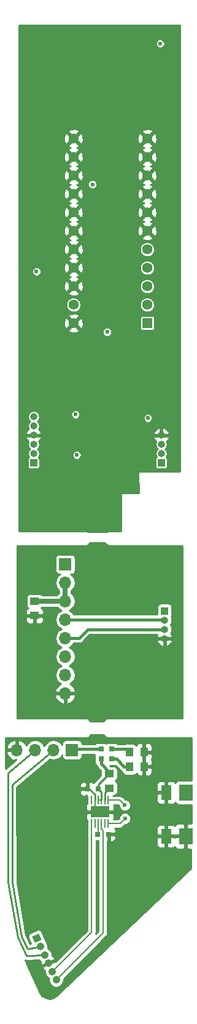
<source format=gbr>
G04 #@! TF.FileFunction,Copper,L1,Top,Signal*
%FSLAX46Y46*%
G04 Gerber Fmt 4.6, Leading zero omitted, Abs format (unit mm)*
G04 Created by KiCad (PCBNEW 4.0.6-e0-6349~53~ubuntu16.04.1) date Thu Nov 23 18:30:10 2017*
%MOMM*%
%LPD*%
G01*
G04 APERTURE LIST*
%ADD10C,0.100000*%
%ADD11R,1.397000X1.397000*%
%ADD12C,1.397000*%
%ADD13C,0.500000*%
%ADD14C,1.000000*%
%ADD15C,2.000000*%
%ADD16R,1.250000X1.000000*%
%ADD17R,1.700000X1.700000*%
%ADD18O,1.700000X1.700000*%
%ADD19R,1.000000X1.000000*%
%ADD20O,1.000000X1.000000*%
%ADD21C,2.200000*%
%ADD22R,1.000000X1.250000*%
%ADD23R,0.800000X0.750000*%
%ADD24R,1.450000X2.000000*%
%ADD25R,1.900000X2.300000*%
%ADD26R,0.250000X1.200000*%
%ADD27R,2.600000X1.500000*%
%ADD28C,0.600000*%
%ADD29C,0.254000*%
%ADD30C,0.200000*%
%ADD31C,0.250000*%
%ADD32C,0.381000*%
%ADD33C,0.635000*%
G04 APERTURE END LIST*
D10*
D11*
X123410000Y-59990000D03*
D12*
X123410000Y-57450000D03*
X123410000Y-54910000D03*
X123410000Y-52370000D03*
X123410000Y-49830000D03*
X123410000Y-47290000D03*
X123410000Y-44750000D03*
X123410000Y-42210000D03*
X123410000Y-39670000D03*
X123410000Y-37130000D03*
X123410000Y-34590000D03*
X113250000Y-34590000D03*
X113250000Y-37130000D03*
X113250000Y-39670000D03*
X113250000Y-42210000D03*
X113250000Y-44750000D03*
X113250000Y-47290000D03*
X113250000Y-49830000D03*
X113250000Y-52370000D03*
X113250000Y-54910000D03*
X113250000Y-57450000D03*
X113250000Y-59990000D03*
D13*
X117740000Y-127220000D03*
X128840000Y-121200000D03*
X128840000Y-120000000D03*
X128840000Y-118800000D03*
X128840000Y-117600000D03*
X113970000Y-121460000D03*
X122270000Y-123750000D03*
X121070000Y-123750000D03*
X122270000Y-122550000D03*
X121070000Y-122550000D03*
X111630000Y-141850000D03*
X111630000Y-139850000D03*
X111630000Y-137850000D03*
X111630000Y-135850000D03*
X120550000Y-142650000D03*
X116550000Y-142650000D03*
X120550000Y-140650000D03*
X116550000Y-140650000D03*
X120550000Y-138650000D03*
X116550000Y-138650000D03*
X120550000Y-136650000D03*
X116550000Y-136650000D03*
X120550000Y-134650000D03*
X116550000Y-134650000D03*
X120550000Y-132650000D03*
X116550000Y-132650000D03*
X107350000Y-128280000D03*
X107350000Y-127280000D03*
X126590000Y-73530000D03*
X126590000Y-72030000D03*
X126590000Y-70530000D03*
X126590000Y-69030000D03*
X126590000Y-67530000D03*
X126590000Y-66030000D03*
X126590000Y-64530000D03*
X126590000Y-63030000D03*
X119440000Y-61010000D03*
X119440000Y-59010000D03*
X119440000Y-57010000D03*
X119440000Y-55010000D03*
X119670000Y-65920000D03*
X118670000Y-65920000D03*
X117670000Y-65920000D03*
X120230000Y-76980000D03*
X119080000Y-76980000D03*
X117930000Y-76980000D03*
X116780000Y-76980000D03*
X120230000Y-75830000D03*
X119080000Y-75830000D03*
X117930000Y-75830000D03*
X116780000Y-75830000D03*
X120230000Y-74680000D03*
X119080000Y-74680000D03*
X117930000Y-74680000D03*
X116780000Y-74680000D03*
X120230000Y-73530000D03*
X119080000Y-73530000D03*
X117930000Y-73530000D03*
D10*
G36*
X107935476Y-145255303D02*
X107509697Y-144350476D01*
X108414524Y-143924697D01*
X108840303Y-144829524D01*
X107935476Y-145255303D01*
X107935476Y-145255303D01*
G37*
D14*
X108715740Y-145739130D02*
X108715740Y-145739130D01*
X109256479Y-146888261D02*
X109256479Y-146888261D01*
X109797219Y-148037391D02*
X109797219Y-148037391D01*
X110337959Y-149186521D02*
X110337959Y-149186521D01*
X110878699Y-150335652D02*
X110878699Y-150335652D01*
D13*
X127350000Y-79790000D03*
X123740000Y-79850000D03*
X121690000Y-82700000D03*
X121690000Y-81700000D03*
X121690000Y-80700000D03*
X116975000Y-83950000D03*
X115775000Y-83950000D03*
X114575000Y-83950000D03*
X113375000Y-83950000D03*
X112175000Y-83950000D03*
X110975000Y-83950000D03*
X109775000Y-83950000D03*
X108575000Y-83950000D03*
X118175000Y-87950000D03*
X117175000Y-87950000D03*
X116175000Y-87950000D03*
D15*
X118343743Y-69335858D03*
D13*
X115175000Y-87950000D03*
X114175000Y-87950000D03*
X113175000Y-87950000D03*
X112175000Y-87950000D03*
X111175000Y-87950000D03*
X110175000Y-87950000D03*
X109175000Y-87950000D03*
X108175000Y-87950000D03*
X107175000Y-87950000D03*
X106175000Y-87950000D03*
X106175000Y-86950000D03*
X106175000Y-85950000D03*
X106175000Y-84950000D03*
D16*
X107890000Y-98220000D03*
X107890000Y-100220000D03*
D17*
X112110000Y-93150000D03*
D18*
X112110000Y-95690000D03*
X112110000Y-98230000D03*
X112110000Y-100770000D03*
X112110000Y-103310000D03*
X112110000Y-105850000D03*
X112110000Y-108390000D03*
X112110000Y-110930000D03*
D19*
X125810000Y-99560000D03*
D20*
X125810000Y-100830000D03*
X125810000Y-102100000D03*
X125810000Y-103370000D03*
D21*
X118343743Y-22043858D03*
X106711973Y-133843201D03*
X125807736Y-119834648D03*
D16*
X118195000Y-121935000D03*
X118195000Y-123935000D03*
D22*
X122975000Y-118995000D03*
X120975000Y-118995000D03*
X122995000Y-120995000D03*
X120995000Y-120995000D03*
D23*
X118545000Y-118595000D03*
X117045000Y-118595000D03*
X118565000Y-119915000D03*
X117065000Y-119915000D03*
D19*
X125375000Y-79200000D03*
D20*
X125375000Y-77930000D03*
X125375000Y-76660000D03*
X125375000Y-75390000D03*
D19*
X107750000Y-79200000D03*
D20*
X107750000Y-77930000D03*
X107750000Y-76660000D03*
X107750000Y-75390000D03*
X107750000Y-74120000D03*
X107750000Y-72850000D03*
D24*
X126050000Y-124565000D03*
X126050000Y-130565000D03*
D25*
X128750000Y-124565000D03*
X128750000Y-130565000D03*
D17*
X113040000Y-118710000D03*
D18*
X110500000Y-118710000D03*
X107960000Y-118710000D03*
X105420000Y-118710000D03*
D26*
X118015000Y-125620000D03*
X117565000Y-125620000D03*
X117115000Y-125620000D03*
X116665000Y-125620000D03*
X116215000Y-125620000D03*
X115765000Y-125620000D03*
X115765000Y-128820000D03*
X116215000Y-128820000D03*
X116665000Y-128820000D03*
X117115000Y-128820000D03*
X117565000Y-128820000D03*
X118015000Y-128820000D03*
D27*
X116890000Y-127220000D03*
D23*
X115150000Y-124050000D03*
X116650000Y-124050000D03*
X118110000Y-130290000D03*
X116610000Y-130290000D03*
D13*
X116780000Y-73530000D03*
X116110000Y-127200000D03*
D28*
X116530000Y-46320000D03*
X107303760Y-124396200D03*
X123520000Y-71530000D03*
X114960000Y-69830000D03*
X113520000Y-71020000D03*
X112010000Y-73820000D03*
X114770000Y-81890000D03*
X113170000Y-80590000D03*
X123520000Y-73030000D03*
X113520000Y-72520000D03*
X117900000Y-61190000D03*
X115880000Y-40890000D03*
X108140000Y-52870000D03*
X125230000Y-21510000D03*
X113710000Y-78110000D03*
X118200000Y-121930000D03*
X116640000Y-130240000D03*
X120340000Y-126300000D03*
X120360000Y-128140000D03*
D29*
X116530000Y-46320000D02*
X116530000Y-46310000D01*
D30*
X116215000Y-125620000D02*
X116215000Y-126545000D01*
X116215000Y-126545000D02*
X116890000Y-127220000D01*
X107290000Y-124380000D02*
X107290000Y-124382440D01*
X107290000Y-124382440D02*
X107303760Y-124396200D01*
X123520000Y-71530000D02*
X123530000Y-71530000D01*
X114960000Y-69830000D02*
X114950000Y-69840000D01*
X114770000Y-81890000D02*
X114770000Y-81880000D01*
D31*
X115150000Y-124050000D02*
X115420000Y-124050000D01*
X115420000Y-124050000D02*
X116215000Y-124845000D01*
X116215000Y-124845000D02*
X116215000Y-125620000D01*
X117900000Y-61190000D02*
X117900000Y-61180000D01*
D30*
X116665000Y-125620000D02*
X117115000Y-125620000D01*
D31*
X116650000Y-124050000D02*
X116650000Y-123480000D01*
X116650000Y-123480000D02*
X118195000Y-121935000D01*
X117115000Y-125620000D02*
X117115000Y-124515000D01*
X117115000Y-124515000D02*
X116650000Y-124050000D01*
D32*
X118200000Y-121930000D02*
X118195000Y-121935000D01*
X116640000Y-130240000D02*
X116610000Y-130270000D01*
X116610000Y-130270000D02*
X116610000Y-130290000D01*
D30*
X116665000Y-128820000D02*
X116665000Y-130235000D01*
X116665000Y-130235000D02*
X116610000Y-130290000D01*
D31*
X118195000Y-122325000D02*
X118195000Y-121935000D01*
D32*
X118195000Y-121935000D02*
X118195000Y-121735000D01*
X118195000Y-121735000D02*
X117065000Y-120605000D01*
X117065000Y-120605000D02*
X117065000Y-119915000D01*
X113040000Y-118710000D02*
X113680000Y-118710000D01*
X113680000Y-118710000D02*
X113795000Y-118595000D01*
X113795000Y-118595000D02*
X117045000Y-118595000D01*
D33*
X112110000Y-98230000D02*
X112110000Y-95690000D01*
X112100000Y-98220000D02*
X112110000Y-98230000D01*
X107890000Y-98220000D02*
X112100000Y-98220000D01*
D32*
X118545000Y-118595000D02*
X120575000Y-118595000D01*
X120575000Y-118595000D02*
X120975000Y-118995000D01*
X118565000Y-119915000D02*
X119165000Y-119915000D01*
X120245000Y-120995000D02*
X120995000Y-120995000D01*
X119165000Y-119915000D02*
X120245000Y-120995000D01*
D30*
X115765000Y-128820000D02*
X115765000Y-143759480D01*
X115765000Y-143759480D02*
X110337959Y-149186521D01*
X110428479Y-149186521D02*
X110337959Y-149186521D01*
X117115000Y-128820000D02*
X117115000Y-129545000D01*
X117330000Y-143884351D02*
X110878699Y-150335652D01*
X117330000Y-129760000D02*
X117330000Y-143884351D01*
X117115000Y-129545000D02*
X117330000Y-129760000D01*
D29*
X107960000Y-118710000D02*
X104210000Y-121880000D01*
X106740000Y-147010000D02*
X109256479Y-146888261D01*
X105560000Y-144490000D02*
X106740000Y-147010000D01*
X104230000Y-136970000D02*
X105560000Y-144490000D01*
X104210000Y-121880000D02*
X104230000Y-136970000D01*
X110500000Y-118710000D02*
X104780000Y-123510000D01*
X106940000Y-146100000D02*
X108715740Y-145739130D01*
X106070000Y-144350000D02*
X106940000Y-146100000D01*
X104790000Y-136960000D02*
X106070000Y-144350000D01*
X104780000Y-123510000D02*
X104790000Y-136960000D01*
D32*
X112110000Y-100770000D02*
X125750000Y-100770000D01*
X125750000Y-100770000D02*
X125810000Y-100830000D01*
X112110000Y-103310000D02*
X114010000Y-103310000D01*
X114010000Y-103310000D02*
X115220000Y-102100000D01*
X115220000Y-102100000D02*
X125810000Y-102100000D01*
D31*
X117565000Y-125620000D02*
X117565000Y-124565000D01*
X117565000Y-124565000D02*
X118195000Y-123935000D01*
X117870000Y-124260000D02*
X118195000Y-123935000D01*
D30*
X118015000Y-125620000D02*
X119660000Y-125620000D01*
X119660000Y-125620000D02*
X120340000Y-126300000D01*
X118015000Y-128820000D02*
X119680000Y-128820000D01*
X119680000Y-128820000D02*
X120360000Y-128140000D01*
D29*
G36*
X117420728Y-116679943D02*
X117556644Y-116883356D01*
X117760057Y-117019272D01*
X118000000Y-117067000D01*
X129546254Y-117067000D01*
X129520616Y-122877676D01*
X127800000Y-122877676D01*
X127604706Y-122914423D01*
X127425340Y-123029842D01*
X127308649Y-123200624D01*
X127134699Y-123026673D01*
X126901310Y-122930000D01*
X126335750Y-122930000D01*
X126177000Y-123088750D01*
X126177000Y-124438000D01*
X126197000Y-124438000D01*
X126197000Y-124692000D01*
X126177000Y-124692000D01*
X126177000Y-126041250D01*
X126335750Y-126200000D01*
X126901310Y-126200000D01*
X127134699Y-126103327D01*
X127310507Y-125927518D01*
X127414842Y-126089660D01*
X127590951Y-126209990D01*
X127800000Y-126252324D01*
X129518000Y-126252324D01*
X129518000Y-128780000D01*
X129035750Y-128780000D01*
X128877000Y-128938750D01*
X128877000Y-130438000D01*
X128897000Y-130438000D01*
X128897000Y-130692000D01*
X128877000Y-130692000D01*
X128877000Y-132191250D01*
X129035750Y-132350000D01*
X129478822Y-132350000D01*
X129467187Y-134986912D01*
X110883056Y-152517500D01*
X110379845Y-152832907D01*
X109856321Y-152921257D01*
X109338841Y-152802539D01*
X108896479Y-152487925D01*
X108630860Y-152096771D01*
X107084044Y-148776388D01*
X108935762Y-148776388D01*
X109142565Y-148964581D01*
X109323711Y-149045136D01*
X109293895Y-149243484D01*
X109390504Y-149632379D01*
X109628583Y-149954701D01*
X109877901Y-150104797D01*
X109834635Y-150392615D01*
X109931244Y-150781510D01*
X110169323Y-151103832D01*
X110512626Y-151310510D01*
X110908890Y-151370078D01*
X111297785Y-151273469D01*
X111334195Y-151256335D01*
X111656517Y-151018256D01*
X111863195Y-150674953D01*
X111922763Y-150278690D01*
X111902787Y-150198276D01*
X117773356Y-144327707D01*
X117813718Y-144267301D01*
X117909272Y-144124294D01*
X117957000Y-143884351D01*
X117957000Y-131167250D01*
X117983000Y-131141250D01*
X117983000Y-130417000D01*
X118237000Y-130417000D01*
X118237000Y-131141250D01*
X118395750Y-131300000D01*
X118636309Y-131300000D01*
X118869698Y-131203327D01*
X119048327Y-131024699D01*
X119120379Y-130850750D01*
X124690000Y-130850750D01*
X124690000Y-131691309D01*
X124786673Y-131924698D01*
X124965301Y-132103327D01*
X125198690Y-132200000D01*
X125764250Y-132200000D01*
X125923000Y-132041250D01*
X125923000Y-130692000D01*
X126177000Y-130692000D01*
X126177000Y-132041250D01*
X126335750Y-132200000D01*
X126901310Y-132200000D01*
X127134699Y-132103327D01*
X127232868Y-132005157D01*
X127261673Y-132074698D01*
X127440301Y-132253327D01*
X127673690Y-132350000D01*
X128464250Y-132350000D01*
X128623000Y-132191250D01*
X128623000Y-130692000D01*
X127323750Y-130692000D01*
X127287500Y-130728250D01*
X127251250Y-130692000D01*
X126177000Y-130692000D01*
X125923000Y-130692000D01*
X124848750Y-130692000D01*
X124690000Y-130850750D01*
X119120379Y-130850750D01*
X119145000Y-130791310D01*
X119145000Y-130575750D01*
X118986250Y-130417000D01*
X118237000Y-130417000D01*
X117983000Y-130417000D01*
X117963000Y-130417000D01*
X117963000Y-130163000D01*
X117983000Y-130163000D01*
X117983000Y-130143000D01*
X118237000Y-130143000D01*
X118237000Y-130163000D01*
X118986250Y-130163000D01*
X119145000Y-130004250D01*
X119145000Y-129788690D01*
X119048327Y-129555301D01*
X118940025Y-129447000D01*
X119680000Y-129447000D01*
X119721771Y-129438691D01*
X124690000Y-129438691D01*
X124690000Y-130279250D01*
X124848750Y-130438000D01*
X125923000Y-130438000D01*
X125923000Y-129088750D01*
X126177000Y-129088750D01*
X126177000Y-130438000D01*
X127251250Y-130438000D01*
X127287500Y-130401750D01*
X127323750Y-130438000D01*
X128623000Y-130438000D01*
X128623000Y-128938750D01*
X128464250Y-128780000D01*
X127673690Y-128780000D01*
X127440301Y-128876673D01*
X127261673Y-129055302D01*
X127232868Y-129124843D01*
X127134699Y-129026673D01*
X126901310Y-128930000D01*
X126335750Y-128930000D01*
X126177000Y-129088750D01*
X125923000Y-129088750D01*
X125764250Y-128930000D01*
X125198690Y-128930000D01*
X124965301Y-129026673D01*
X124786673Y-129205302D01*
X124690000Y-129438691D01*
X119721771Y-129438691D01*
X119919943Y-129399272D01*
X120123356Y-129263356D01*
X120419660Y-128967052D01*
X120523779Y-128967143D01*
X120827846Y-128841505D01*
X121060688Y-128609070D01*
X121186856Y-128305222D01*
X121187143Y-127976221D01*
X121061505Y-127672154D01*
X120829070Y-127439312D01*
X120525222Y-127313144D01*
X120196221Y-127312857D01*
X119892154Y-127438495D01*
X119659312Y-127670930D01*
X119533144Y-127974778D01*
X119533052Y-128080236D01*
X119420288Y-128193000D01*
X118784949Y-128193000D01*
X118825000Y-128096309D01*
X118825000Y-127505750D01*
X118666250Y-127347000D01*
X117017000Y-127347000D01*
X117017000Y-127367000D01*
X116763000Y-127367000D01*
X116763000Y-127347000D01*
X115113750Y-127347000D01*
X114955000Y-127505750D01*
X114955000Y-128096309D01*
X115051673Y-128329698D01*
X115102676Y-128380701D01*
X115102676Y-129420000D01*
X115138000Y-129607731D01*
X115138000Y-143499768D01*
X110836817Y-147800951D01*
X110727124Y-147740169D01*
X109966206Y-148098230D01*
X109974722Y-148116327D01*
X109744896Y-148224474D01*
X109736380Y-148206378D01*
X108975462Y-148564439D01*
X108935762Y-148776388D01*
X107084044Y-148776388D01*
X106550090Y-147630209D01*
X106644419Y-147644273D01*
X106769571Y-147663331D01*
X106770577Y-147663083D01*
X106771601Y-147663236D01*
X108490694Y-147580072D01*
X108547103Y-147656441D01*
X108718912Y-147759875D01*
X108665514Y-147950797D01*
X108678699Y-148230100D01*
X108867314Y-148334613D01*
X109628232Y-147976552D01*
X109619716Y-147958455D01*
X109849542Y-147850308D01*
X109858058Y-147868404D01*
X110618976Y-147510343D01*
X110658676Y-147298394D01*
X110451873Y-147110201D01*
X110270727Y-147029646D01*
X110300543Y-146831299D01*
X110203934Y-146442403D01*
X109965855Y-146120081D01*
X109716538Y-145969985D01*
X109759804Y-145682168D01*
X109663195Y-145293272D01*
X109425116Y-144970950D01*
X109357504Y-144930246D01*
X109377193Y-144807921D01*
X109326488Y-144600743D01*
X108900709Y-143695916D01*
X108784307Y-143534854D01*
X108603503Y-143421702D01*
X108392921Y-143387807D01*
X108185743Y-143438512D01*
X107280916Y-143864291D01*
X107119854Y-143980693D01*
X107006702Y-144161497D01*
X106972807Y-144372079D01*
X107023512Y-144579257D01*
X107382740Y-145342657D01*
X107302009Y-145359063D01*
X106698115Y-144144334D01*
X105443958Y-136903540D01*
X105434227Y-123814760D01*
X105751293Y-123548690D01*
X114115000Y-123548690D01*
X114115000Y-123764250D01*
X114273750Y-123923000D01*
X115023000Y-123923000D01*
X115023000Y-123198750D01*
X114864250Y-123040000D01*
X114623691Y-123040000D01*
X114390302Y-123136673D01*
X114211673Y-123315301D01*
X114115000Y-123548690D01*
X105751293Y-123548690D01*
X109970924Y-120007742D01*
X109973045Y-120009159D01*
X110500000Y-120113977D01*
X111026955Y-120009159D01*
X111473686Y-119710663D01*
X111652676Y-119442785D01*
X111652676Y-119560000D01*
X111689423Y-119755294D01*
X111804842Y-119934660D01*
X111980951Y-120054990D01*
X112190000Y-120097324D01*
X113890000Y-120097324D01*
X114085294Y-120060577D01*
X114264660Y-119945158D01*
X114384990Y-119769049D01*
X114427324Y-119560000D01*
X114427324Y-119312500D01*
X116182617Y-119312500D01*
X116170010Y-119330951D01*
X116127676Y-119540000D01*
X116127676Y-120290000D01*
X116164423Y-120485294D01*
X116279842Y-120664660D01*
X116371875Y-120727544D01*
X116402116Y-120879576D01*
X116557651Y-121112349D01*
X117032676Y-121587374D01*
X117032676Y-122175256D01*
X116188966Y-123018966D01*
X116089463Y-123167883D01*
X116054706Y-123174423D01*
X115989444Y-123216418D01*
X115909698Y-123136673D01*
X115676309Y-123040000D01*
X115435750Y-123040000D01*
X115277000Y-123198750D01*
X115277000Y-123923000D01*
X115297000Y-123923000D01*
X115297000Y-124177000D01*
X115277000Y-124177000D01*
X115277000Y-124197000D01*
X115023000Y-124197000D01*
X115023000Y-124177000D01*
X114273750Y-124177000D01*
X114115000Y-124335750D01*
X114115000Y-124551310D01*
X114211673Y-124784699D01*
X114390302Y-124963327D01*
X114623691Y-125060000D01*
X114864250Y-125060000D01*
X115022998Y-124901252D01*
X115022998Y-125060000D01*
X115102676Y-125060000D01*
X115102676Y-126059299D01*
X115051673Y-126110302D01*
X114955000Y-126343691D01*
X114955000Y-126934250D01*
X115113750Y-127093000D01*
X116763000Y-127093000D01*
X116763000Y-127073000D01*
X117017000Y-127073000D01*
X117017000Y-127093000D01*
X118666250Y-127093000D01*
X118825000Y-126934250D01*
X118825000Y-126343691D01*
X118784949Y-126247000D01*
X119400288Y-126247000D01*
X119512948Y-126359660D01*
X119512857Y-126463779D01*
X119638495Y-126767846D01*
X119870930Y-127000688D01*
X120174778Y-127126856D01*
X120503779Y-127127143D01*
X120807846Y-127001505D01*
X121040688Y-126769070D01*
X121166856Y-126465222D01*
X121167143Y-126136221D01*
X121041505Y-125832154D01*
X120809070Y-125599312D01*
X120505222Y-125473144D01*
X120399764Y-125473052D01*
X120103356Y-125176644D01*
X120088923Y-125167000D01*
X119899943Y-125040728D01*
X119660000Y-124993000D01*
X118672244Y-124993000D01*
X118668353Y-124972324D01*
X118820000Y-124972324D01*
X119015294Y-124935577D01*
X119147118Y-124850750D01*
X124690000Y-124850750D01*
X124690000Y-125691309D01*
X124786673Y-125924698D01*
X124965301Y-126103327D01*
X125198690Y-126200000D01*
X125764250Y-126200000D01*
X125923000Y-126041250D01*
X125923000Y-124692000D01*
X124848750Y-124692000D01*
X124690000Y-124850750D01*
X119147118Y-124850750D01*
X119194660Y-124820158D01*
X119314990Y-124644049D01*
X119357324Y-124435000D01*
X119357324Y-123438691D01*
X124690000Y-123438691D01*
X124690000Y-124279250D01*
X124848750Y-124438000D01*
X125923000Y-124438000D01*
X125923000Y-123088750D01*
X125764250Y-122930000D01*
X125198690Y-122930000D01*
X124965301Y-123026673D01*
X124786673Y-123205302D01*
X124690000Y-123438691D01*
X119357324Y-123438691D01*
X119357324Y-123435000D01*
X119320577Y-123239706D01*
X119205158Y-123060340D01*
X119029049Y-122940010D01*
X119011077Y-122936371D01*
X119015294Y-122935577D01*
X119194660Y-122820158D01*
X119314990Y-122644049D01*
X119357324Y-122435000D01*
X119357324Y-121435000D01*
X119320577Y-121239706D01*
X119205158Y-121060340D01*
X119029049Y-120940010D01*
X118820000Y-120897676D01*
X118372374Y-120897676D01*
X118302022Y-120827324D01*
X118965000Y-120827324D01*
X119047166Y-120811864D01*
X119737651Y-121502349D01*
X119963996Y-121653589D01*
X119994423Y-121815294D01*
X120109842Y-121994660D01*
X120285951Y-122114990D01*
X120495000Y-122157324D01*
X121495000Y-122157324D01*
X121690294Y-122120577D01*
X121869660Y-122005158D01*
X121930398Y-121916265D01*
X121956673Y-121979699D01*
X122135302Y-122158327D01*
X122368691Y-122255000D01*
X122709250Y-122255000D01*
X122868000Y-122096250D01*
X122868000Y-121122000D01*
X123122000Y-121122000D01*
X123122000Y-122096250D01*
X123280750Y-122255000D01*
X123621309Y-122255000D01*
X123854698Y-122158327D01*
X124033327Y-121979699D01*
X124130000Y-121746310D01*
X124130000Y-121280750D01*
X123971250Y-121122000D01*
X123122000Y-121122000D01*
X122868000Y-121122000D01*
X122848000Y-121122000D01*
X122848000Y-120868000D01*
X122868000Y-120868000D01*
X122868000Y-119893750D01*
X122848000Y-119873750D01*
X122848000Y-119122000D01*
X123102000Y-119122000D01*
X123102000Y-120096250D01*
X123122000Y-120116250D01*
X123122000Y-120868000D01*
X123971250Y-120868000D01*
X124130000Y-120709250D01*
X124130000Y-120243690D01*
X124033327Y-120010301D01*
X124008026Y-119985000D01*
X124013327Y-119979699D01*
X124110000Y-119746310D01*
X124110000Y-119280750D01*
X123951250Y-119122000D01*
X123102000Y-119122000D01*
X122848000Y-119122000D01*
X122828000Y-119122000D01*
X122828000Y-118868000D01*
X122848000Y-118868000D01*
X122848000Y-117893750D01*
X123102000Y-117893750D01*
X123102000Y-118868000D01*
X123951250Y-118868000D01*
X124110000Y-118709250D01*
X124110000Y-118243690D01*
X124013327Y-118010301D01*
X123834698Y-117831673D01*
X123601309Y-117735000D01*
X123260750Y-117735000D01*
X123102000Y-117893750D01*
X122848000Y-117893750D01*
X122689250Y-117735000D01*
X122348691Y-117735000D01*
X122115302Y-117831673D01*
X121936673Y-118010301D01*
X121910478Y-118073540D01*
X121860158Y-117995340D01*
X121684049Y-117875010D01*
X121475000Y-117832676D01*
X120475000Y-117832676D01*
X120279706Y-117869423D01*
X120267154Y-117877500D01*
X119350852Y-117877500D01*
X119330158Y-117845340D01*
X119154049Y-117725010D01*
X118945000Y-117682676D01*
X118145000Y-117682676D01*
X117949706Y-117719423D01*
X117793233Y-117820111D01*
X117654049Y-117725010D01*
X117445000Y-117682676D01*
X116645000Y-117682676D01*
X116449706Y-117719423D01*
X116270340Y-117834842D01*
X116241193Y-117877500D01*
X114427324Y-117877500D01*
X114427324Y-117860000D01*
X114390577Y-117664706D01*
X114275158Y-117485340D01*
X114099049Y-117365010D01*
X113890000Y-117322676D01*
X112190000Y-117322676D01*
X111994706Y-117359423D01*
X111815340Y-117474842D01*
X111695010Y-117650951D01*
X111652676Y-117860000D01*
X111652676Y-117977215D01*
X111473686Y-117709337D01*
X111026955Y-117410841D01*
X110500000Y-117306023D01*
X109973045Y-117410841D01*
X109526314Y-117709337D01*
X109230000Y-118152802D01*
X108933686Y-117709337D01*
X108486955Y-117410841D01*
X107960000Y-117306023D01*
X107433045Y-117410841D01*
X106986314Y-117709337D01*
X106735463Y-118084762D01*
X106615183Y-117828642D01*
X106186924Y-117438355D01*
X105776890Y-117268524D01*
X105547000Y-117389845D01*
X105547000Y-118583000D01*
X105567000Y-118583000D01*
X105567000Y-118837000D01*
X105547000Y-118837000D01*
X105547000Y-118857000D01*
X105293000Y-118857000D01*
X105293000Y-118837000D01*
X104099181Y-118837000D01*
X103978514Y-119066892D01*
X104224817Y-119591358D01*
X104653076Y-119981645D01*
X105063110Y-120151476D01*
X105292998Y-120030156D01*
X105292998Y-120108143D01*
X103890552Y-121293677D01*
X103890552Y-118353108D01*
X103978514Y-118353108D01*
X104099181Y-118583000D01*
X105293000Y-118583000D01*
X105293000Y-117389845D01*
X105063110Y-117268524D01*
X104653076Y-117438355D01*
X104224817Y-117828642D01*
X103978514Y-118353108D01*
X103890552Y-118353108D01*
X103890552Y-117066463D01*
X115000534Y-117057000D01*
X115240436Y-117009067D01*
X115443733Y-116872978D01*
X115579476Y-116669449D01*
X115590853Y-116612000D01*
X117407213Y-116612000D01*
X117420728Y-116679943D01*
X117420728Y-116679943D01*
G37*
X117420728Y-116679943D02*
X117556644Y-116883356D01*
X117760057Y-117019272D01*
X118000000Y-117067000D01*
X129546254Y-117067000D01*
X129520616Y-122877676D01*
X127800000Y-122877676D01*
X127604706Y-122914423D01*
X127425340Y-123029842D01*
X127308649Y-123200624D01*
X127134699Y-123026673D01*
X126901310Y-122930000D01*
X126335750Y-122930000D01*
X126177000Y-123088750D01*
X126177000Y-124438000D01*
X126197000Y-124438000D01*
X126197000Y-124692000D01*
X126177000Y-124692000D01*
X126177000Y-126041250D01*
X126335750Y-126200000D01*
X126901310Y-126200000D01*
X127134699Y-126103327D01*
X127310507Y-125927518D01*
X127414842Y-126089660D01*
X127590951Y-126209990D01*
X127800000Y-126252324D01*
X129518000Y-126252324D01*
X129518000Y-128780000D01*
X129035750Y-128780000D01*
X128877000Y-128938750D01*
X128877000Y-130438000D01*
X128897000Y-130438000D01*
X128897000Y-130692000D01*
X128877000Y-130692000D01*
X128877000Y-132191250D01*
X129035750Y-132350000D01*
X129478822Y-132350000D01*
X129467187Y-134986912D01*
X110883056Y-152517500D01*
X110379845Y-152832907D01*
X109856321Y-152921257D01*
X109338841Y-152802539D01*
X108896479Y-152487925D01*
X108630860Y-152096771D01*
X107084044Y-148776388D01*
X108935762Y-148776388D01*
X109142565Y-148964581D01*
X109323711Y-149045136D01*
X109293895Y-149243484D01*
X109390504Y-149632379D01*
X109628583Y-149954701D01*
X109877901Y-150104797D01*
X109834635Y-150392615D01*
X109931244Y-150781510D01*
X110169323Y-151103832D01*
X110512626Y-151310510D01*
X110908890Y-151370078D01*
X111297785Y-151273469D01*
X111334195Y-151256335D01*
X111656517Y-151018256D01*
X111863195Y-150674953D01*
X111922763Y-150278690D01*
X111902787Y-150198276D01*
X117773356Y-144327707D01*
X117813718Y-144267301D01*
X117909272Y-144124294D01*
X117957000Y-143884351D01*
X117957000Y-131167250D01*
X117983000Y-131141250D01*
X117983000Y-130417000D01*
X118237000Y-130417000D01*
X118237000Y-131141250D01*
X118395750Y-131300000D01*
X118636309Y-131300000D01*
X118869698Y-131203327D01*
X119048327Y-131024699D01*
X119120379Y-130850750D01*
X124690000Y-130850750D01*
X124690000Y-131691309D01*
X124786673Y-131924698D01*
X124965301Y-132103327D01*
X125198690Y-132200000D01*
X125764250Y-132200000D01*
X125923000Y-132041250D01*
X125923000Y-130692000D01*
X126177000Y-130692000D01*
X126177000Y-132041250D01*
X126335750Y-132200000D01*
X126901310Y-132200000D01*
X127134699Y-132103327D01*
X127232868Y-132005157D01*
X127261673Y-132074698D01*
X127440301Y-132253327D01*
X127673690Y-132350000D01*
X128464250Y-132350000D01*
X128623000Y-132191250D01*
X128623000Y-130692000D01*
X127323750Y-130692000D01*
X127287500Y-130728250D01*
X127251250Y-130692000D01*
X126177000Y-130692000D01*
X125923000Y-130692000D01*
X124848750Y-130692000D01*
X124690000Y-130850750D01*
X119120379Y-130850750D01*
X119145000Y-130791310D01*
X119145000Y-130575750D01*
X118986250Y-130417000D01*
X118237000Y-130417000D01*
X117983000Y-130417000D01*
X117963000Y-130417000D01*
X117963000Y-130163000D01*
X117983000Y-130163000D01*
X117983000Y-130143000D01*
X118237000Y-130143000D01*
X118237000Y-130163000D01*
X118986250Y-130163000D01*
X119145000Y-130004250D01*
X119145000Y-129788690D01*
X119048327Y-129555301D01*
X118940025Y-129447000D01*
X119680000Y-129447000D01*
X119721771Y-129438691D01*
X124690000Y-129438691D01*
X124690000Y-130279250D01*
X124848750Y-130438000D01*
X125923000Y-130438000D01*
X125923000Y-129088750D01*
X126177000Y-129088750D01*
X126177000Y-130438000D01*
X127251250Y-130438000D01*
X127287500Y-130401750D01*
X127323750Y-130438000D01*
X128623000Y-130438000D01*
X128623000Y-128938750D01*
X128464250Y-128780000D01*
X127673690Y-128780000D01*
X127440301Y-128876673D01*
X127261673Y-129055302D01*
X127232868Y-129124843D01*
X127134699Y-129026673D01*
X126901310Y-128930000D01*
X126335750Y-128930000D01*
X126177000Y-129088750D01*
X125923000Y-129088750D01*
X125764250Y-128930000D01*
X125198690Y-128930000D01*
X124965301Y-129026673D01*
X124786673Y-129205302D01*
X124690000Y-129438691D01*
X119721771Y-129438691D01*
X119919943Y-129399272D01*
X120123356Y-129263356D01*
X120419660Y-128967052D01*
X120523779Y-128967143D01*
X120827846Y-128841505D01*
X121060688Y-128609070D01*
X121186856Y-128305222D01*
X121187143Y-127976221D01*
X121061505Y-127672154D01*
X120829070Y-127439312D01*
X120525222Y-127313144D01*
X120196221Y-127312857D01*
X119892154Y-127438495D01*
X119659312Y-127670930D01*
X119533144Y-127974778D01*
X119533052Y-128080236D01*
X119420288Y-128193000D01*
X118784949Y-128193000D01*
X118825000Y-128096309D01*
X118825000Y-127505750D01*
X118666250Y-127347000D01*
X117017000Y-127347000D01*
X117017000Y-127367000D01*
X116763000Y-127367000D01*
X116763000Y-127347000D01*
X115113750Y-127347000D01*
X114955000Y-127505750D01*
X114955000Y-128096309D01*
X115051673Y-128329698D01*
X115102676Y-128380701D01*
X115102676Y-129420000D01*
X115138000Y-129607731D01*
X115138000Y-143499768D01*
X110836817Y-147800951D01*
X110727124Y-147740169D01*
X109966206Y-148098230D01*
X109974722Y-148116327D01*
X109744896Y-148224474D01*
X109736380Y-148206378D01*
X108975462Y-148564439D01*
X108935762Y-148776388D01*
X107084044Y-148776388D01*
X106550090Y-147630209D01*
X106644419Y-147644273D01*
X106769571Y-147663331D01*
X106770577Y-147663083D01*
X106771601Y-147663236D01*
X108490694Y-147580072D01*
X108547103Y-147656441D01*
X108718912Y-147759875D01*
X108665514Y-147950797D01*
X108678699Y-148230100D01*
X108867314Y-148334613D01*
X109628232Y-147976552D01*
X109619716Y-147958455D01*
X109849542Y-147850308D01*
X109858058Y-147868404D01*
X110618976Y-147510343D01*
X110658676Y-147298394D01*
X110451873Y-147110201D01*
X110270727Y-147029646D01*
X110300543Y-146831299D01*
X110203934Y-146442403D01*
X109965855Y-146120081D01*
X109716538Y-145969985D01*
X109759804Y-145682168D01*
X109663195Y-145293272D01*
X109425116Y-144970950D01*
X109357504Y-144930246D01*
X109377193Y-144807921D01*
X109326488Y-144600743D01*
X108900709Y-143695916D01*
X108784307Y-143534854D01*
X108603503Y-143421702D01*
X108392921Y-143387807D01*
X108185743Y-143438512D01*
X107280916Y-143864291D01*
X107119854Y-143980693D01*
X107006702Y-144161497D01*
X106972807Y-144372079D01*
X107023512Y-144579257D01*
X107382740Y-145342657D01*
X107302009Y-145359063D01*
X106698115Y-144144334D01*
X105443958Y-136903540D01*
X105434227Y-123814760D01*
X105751293Y-123548690D01*
X114115000Y-123548690D01*
X114115000Y-123764250D01*
X114273750Y-123923000D01*
X115023000Y-123923000D01*
X115023000Y-123198750D01*
X114864250Y-123040000D01*
X114623691Y-123040000D01*
X114390302Y-123136673D01*
X114211673Y-123315301D01*
X114115000Y-123548690D01*
X105751293Y-123548690D01*
X109970924Y-120007742D01*
X109973045Y-120009159D01*
X110500000Y-120113977D01*
X111026955Y-120009159D01*
X111473686Y-119710663D01*
X111652676Y-119442785D01*
X111652676Y-119560000D01*
X111689423Y-119755294D01*
X111804842Y-119934660D01*
X111980951Y-120054990D01*
X112190000Y-120097324D01*
X113890000Y-120097324D01*
X114085294Y-120060577D01*
X114264660Y-119945158D01*
X114384990Y-119769049D01*
X114427324Y-119560000D01*
X114427324Y-119312500D01*
X116182617Y-119312500D01*
X116170010Y-119330951D01*
X116127676Y-119540000D01*
X116127676Y-120290000D01*
X116164423Y-120485294D01*
X116279842Y-120664660D01*
X116371875Y-120727544D01*
X116402116Y-120879576D01*
X116557651Y-121112349D01*
X117032676Y-121587374D01*
X117032676Y-122175256D01*
X116188966Y-123018966D01*
X116089463Y-123167883D01*
X116054706Y-123174423D01*
X115989444Y-123216418D01*
X115909698Y-123136673D01*
X115676309Y-123040000D01*
X115435750Y-123040000D01*
X115277000Y-123198750D01*
X115277000Y-123923000D01*
X115297000Y-123923000D01*
X115297000Y-124177000D01*
X115277000Y-124177000D01*
X115277000Y-124197000D01*
X115023000Y-124197000D01*
X115023000Y-124177000D01*
X114273750Y-124177000D01*
X114115000Y-124335750D01*
X114115000Y-124551310D01*
X114211673Y-124784699D01*
X114390302Y-124963327D01*
X114623691Y-125060000D01*
X114864250Y-125060000D01*
X115022998Y-124901252D01*
X115022998Y-125060000D01*
X115102676Y-125060000D01*
X115102676Y-126059299D01*
X115051673Y-126110302D01*
X114955000Y-126343691D01*
X114955000Y-126934250D01*
X115113750Y-127093000D01*
X116763000Y-127093000D01*
X116763000Y-127073000D01*
X117017000Y-127073000D01*
X117017000Y-127093000D01*
X118666250Y-127093000D01*
X118825000Y-126934250D01*
X118825000Y-126343691D01*
X118784949Y-126247000D01*
X119400288Y-126247000D01*
X119512948Y-126359660D01*
X119512857Y-126463779D01*
X119638495Y-126767846D01*
X119870930Y-127000688D01*
X120174778Y-127126856D01*
X120503779Y-127127143D01*
X120807846Y-127001505D01*
X121040688Y-126769070D01*
X121166856Y-126465222D01*
X121167143Y-126136221D01*
X121041505Y-125832154D01*
X120809070Y-125599312D01*
X120505222Y-125473144D01*
X120399764Y-125473052D01*
X120103356Y-125176644D01*
X120088923Y-125167000D01*
X119899943Y-125040728D01*
X119660000Y-124993000D01*
X118672244Y-124993000D01*
X118668353Y-124972324D01*
X118820000Y-124972324D01*
X119015294Y-124935577D01*
X119147118Y-124850750D01*
X124690000Y-124850750D01*
X124690000Y-125691309D01*
X124786673Y-125924698D01*
X124965301Y-126103327D01*
X125198690Y-126200000D01*
X125764250Y-126200000D01*
X125923000Y-126041250D01*
X125923000Y-124692000D01*
X124848750Y-124692000D01*
X124690000Y-124850750D01*
X119147118Y-124850750D01*
X119194660Y-124820158D01*
X119314990Y-124644049D01*
X119357324Y-124435000D01*
X119357324Y-123438691D01*
X124690000Y-123438691D01*
X124690000Y-124279250D01*
X124848750Y-124438000D01*
X125923000Y-124438000D01*
X125923000Y-123088750D01*
X125764250Y-122930000D01*
X125198690Y-122930000D01*
X124965301Y-123026673D01*
X124786673Y-123205302D01*
X124690000Y-123438691D01*
X119357324Y-123438691D01*
X119357324Y-123435000D01*
X119320577Y-123239706D01*
X119205158Y-123060340D01*
X119029049Y-122940010D01*
X119011077Y-122936371D01*
X119015294Y-122935577D01*
X119194660Y-122820158D01*
X119314990Y-122644049D01*
X119357324Y-122435000D01*
X119357324Y-121435000D01*
X119320577Y-121239706D01*
X119205158Y-121060340D01*
X119029049Y-120940010D01*
X118820000Y-120897676D01*
X118372374Y-120897676D01*
X118302022Y-120827324D01*
X118965000Y-120827324D01*
X119047166Y-120811864D01*
X119737651Y-121502349D01*
X119963996Y-121653589D01*
X119994423Y-121815294D01*
X120109842Y-121994660D01*
X120285951Y-122114990D01*
X120495000Y-122157324D01*
X121495000Y-122157324D01*
X121690294Y-122120577D01*
X121869660Y-122005158D01*
X121930398Y-121916265D01*
X121956673Y-121979699D01*
X122135302Y-122158327D01*
X122368691Y-122255000D01*
X122709250Y-122255000D01*
X122868000Y-122096250D01*
X122868000Y-121122000D01*
X123122000Y-121122000D01*
X123122000Y-122096250D01*
X123280750Y-122255000D01*
X123621309Y-122255000D01*
X123854698Y-122158327D01*
X124033327Y-121979699D01*
X124130000Y-121746310D01*
X124130000Y-121280750D01*
X123971250Y-121122000D01*
X123122000Y-121122000D01*
X122868000Y-121122000D01*
X122848000Y-121122000D01*
X122848000Y-120868000D01*
X122868000Y-120868000D01*
X122868000Y-119893750D01*
X122848000Y-119873750D01*
X122848000Y-119122000D01*
X123102000Y-119122000D01*
X123102000Y-120096250D01*
X123122000Y-120116250D01*
X123122000Y-120868000D01*
X123971250Y-120868000D01*
X124130000Y-120709250D01*
X124130000Y-120243690D01*
X124033327Y-120010301D01*
X124008026Y-119985000D01*
X124013327Y-119979699D01*
X124110000Y-119746310D01*
X124110000Y-119280750D01*
X123951250Y-119122000D01*
X123102000Y-119122000D01*
X122848000Y-119122000D01*
X122828000Y-119122000D01*
X122828000Y-118868000D01*
X122848000Y-118868000D01*
X122848000Y-117893750D01*
X123102000Y-117893750D01*
X123102000Y-118868000D01*
X123951250Y-118868000D01*
X124110000Y-118709250D01*
X124110000Y-118243690D01*
X124013327Y-118010301D01*
X123834698Y-117831673D01*
X123601309Y-117735000D01*
X123260750Y-117735000D01*
X123102000Y-117893750D01*
X122848000Y-117893750D01*
X122689250Y-117735000D01*
X122348691Y-117735000D01*
X122115302Y-117831673D01*
X121936673Y-118010301D01*
X121910478Y-118073540D01*
X121860158Y-117995340D01*
X121684049Y-117875010D01*
X121475000Y-117832676D01*
X120475000Y-117832676D01*
X120279706Y-117869423D01*
X120267154Y-117877500D01*
X119350852Y-117877500D01*
X119330158Y-117845340D01*
X119154049Y-117725010D01*
X118945000Y-117682676D01*
X118145000Y-117682676D01*
X117949706Y-117719423D01*
X117793233Y-117820111D01*
X117654049Y-117725010D01*
X117445000Y-117682676D01*
X116645000Y-117682676D01*
X116449706Y-117719423D01*
X116270340Y-117834842D01*
X116241193Y-117877500D01*
X114427324Y-117877500D01*
X114427324Y-117860000D01*
X114390577Y-117664706D01*
X114275158Y-117485340D01*
X114099049Y-117365010D01*
X113890000Y-117322676D01*
X112190000Y-117322676D01*
X111994706Y-117359423D01*
X111815340Y-117474842D01*
X111695010Y-117650951D01*
X111652676Y-117860000D01*
X111652676Y-117977215D01*
X111473686Y-117709337D01*
X111026955Y-117410841D01*
X110500000Y-117306023D01*
X109973045Y-117410841D01*
X109526314Y-117709337D01*
X109230000Y-118152802D01*
X108933686Y-117709337D01*
X108486955Y-117410841D01*
X107960000Y-117306023D01*
X107433045Y-117410841D01*
X106986314Y-117709337D01*
X106735463Y-118084762D01*
X106615183Y-117828642D01*
X106186924Y-117438355D01*
X105776890Y-117268524D01*
X105547000Y-117389845D01*
X105547000Y-118583000D01*
X105567000Y-118583000D01*
X105567000Y-118837000D01*
X105547000Y-118837000D01*
X105547000Y-118857000D01*
X105293000Y-118857000D01*
X105293000Y-118837000D01*
X104099181Y-118837000D01*
X103978514Y-119066892D01*
X104224817Y-119591358D01*
X104653076Y-119981645D01*
X105063110Y-120151476D01*
X105292998Y-120030156D01*
X105292998Y-120108143D01*
X103890552Y-121293677D01*
X103890552Y-118353108D01*
X103978514Y-118353108D01*
X104099181Y-118583000D01*
X105293000Y-118583000D01*
X105293000Y-117389845D01*
X105063110Y-117268524D01*
X104653076Y-117438355D01*
X104224817Y-117828642D01*
X103978514Y-118353108D01*
X103890552Y-118353108D01*
X103890552Y-117066463D01*
X115000534Y-117057000D01*
X115240436Y-117009067D01*
X115443733Y-116872978D01*
X115579476Y-116669449D01*
X115590853Y-116612000D01*
X117407213Y-116612000D01*
X117420728Y-116679943D01*
G36*
X116703000Y-143624639D02*
X116348259Y-143979380D01*
X116392000Y-143759480D01*
X116392000Y-131202324D01*
X116703000Y-131202324D01*
X116703000Y-143624639D01*
X116703000Y-143624639D01*
G37*
X116703000Y-143624639D02*
X116348259Y-143979380D01*
X116392000Y-143759480D01*
X116392000Y-131202324D01*
X116703000Y-131202324D01*
X116703000Y-143624639D01*
G36*
X127916743Y-80371693D02*
X122325538Y-80348001D01*
X122276086Y-80357797D01*
X122234341Y-80386062D01*
X122206882Y-80428340D01*
X122198004Y-80476058D01*
X122221937Y-83348000D01*
X119900000Y-83348000D01*
X119850590Y-83358006D01*
X119808965Y-83386447D01*
X119781685Y-83428841D01*
X119773000Y-83475000D01*
X119773000Y-88573000D01*
X118100000Y-88573000D01*
X117936594Y-88605503D01*
X117872993Y-88648000D01*
X115177007Y-88648000D01*
X115113406Y-88605503D01*
X114950000Y-88573000D01*
X105770743Y-88573000D01*
X105770743Y-75691874D01*
X106655881Y-75691874D01*
X106762873Y-75950209D01*
X107027721Y-76256762D01*
X106969750Y-76343521D01*
X106906798Y-76660000D01*
X106969750Y-76976479D01*
X107149021Y-77244777D01*
X107224185Y-77295000D01*
X107149021Y-77345223D01*
X106969750Y-77613521D01*
X106906798Y-77930000D01*
X106969750Y-78246479D01*
X107084360Y-78418005D01*
X107017526Y-78461012D01*
X106942862Y-78570286D01*
X106916594Y-78700000D01*
X106916594Y-79700000D01*
X106939395Y-79821179D01*
X107011012Y-79932474D01*
X107120286Y-80007138D01*
X107250000Y-80033406D01*
X108250000Y-80033406D01*
X108371179Y-80010605D01*
X108482474Y-79938988D01*
X108557138Y-79829714D01*
X108583406Y-79700000D01*
X108583406Y-78700000D01*
X108560605Y-78578821D01*
X108488988Y-78467526D01*
X108415913Y-78417596D01*
X108530250Y-78246479D01*
X108532698Y-78234171D01*
X113082891Y-78234171D01*
X113178145Y-78464703D01*
X113354369Y-78641235D01*
X113584735Y-78736891D01*
X113834171Y-78737109D01*
X114064703Y-78641855D01*
X114241235Y-78465631D01*
X114336891Y-78235265D01*
X114337109Y-77985829D01*
X114241855Y-77755297D01*
X114065631Y-77578765D01*
X113835265Y-77483109D01*
X113585829Y-77482891D01*
X113355297Y-77578145D01*
X113178765Y-77754369D01*
X113083109Y-77984735D01*
X113082891Y-78234171D01*
X108532698Y-78234171D01*
X108593202Y-77930000D01*
X108530250Y-77613521D01*
X108350979Y-77345223D01*
X108275815Y-77295000D01*
X108350979Y-77244777D01*
X108530250Y-76976479D01*
X108593202Y-76660000D01*
X108530250Y-76343521D01*
X108472279Y-76256762D01*
X108737127Y-75950209D01*
X108844119Y-75691874D01*
X124280881Y-75691874D01*
X124387873Y-75950209D01*
X124652721Y-76256762D01*
X124594750Y-76343521D01*
X124531798Y-76660000D01*
X124594750Y-76976479D01*
X124774021Y-77244777D01*
X124849185Y-77295000D01*
X124774021Y-77345223D01*
X124594750Y-77613521D01*
X124531798Y-77930000D01*
X124594750Y-78246479D01*
X124709360Y-78418005D01*
X124642526Y-78461012D01*
X124567862Y-78570286D01*
X124541594Y-78700000D01*
X124541594Y-79700000D01*
X124564395Y-79821179D01*
X124636012Y-79932474D01*
X124745286Y-80007138D01*
X124875000Y-80033406D01*
X125875000Y-80033406D01*
X125996179Y-80010605D01*
X126107474Y-79938988D01*
X126182138Y-79829714D01*
X126208406Y-79700000D01*
X126208406Y-78700000D01*
X126185605Y-78578821D01*
X126113988Y-78467526D01*
X126040913Y-78417596D01*
X126155250Y-78246479D01*
X126218202Y-77930000D01*
X126155250Y-77613521D01*
X125975979Y-77345223D01*
X125900815Y-77295000D01*
X125975979Y-77244777D01*
X126155250Y-76976479D01*
X126218202Y-76660000D01*
X126155250Y-76343521D01*
X126097279Y-76256762D01*
X126362127Y-75950209D01*
X126469119Y-75691874D01*
X126342954Y-75517000D01*
X125502000Y-75517000D01*
X125502000Y-75537000D01*
X125248000Y-75537000D01*
X125248000Y-75517000D01*
X124407046Y-75517000D01*
X124280881Y-75691874D01*
X108844119Y-75691874D01*
X108717954Y-75517000D01*
X107877000Y-75517000D01*
X107877000Y-75537000D01*
X107623000Y-75537000D01*
X107623000Y-75517000D01*
X106782046Y-75517000D01*
X106655881Y-75691874D01*
X105770743Y-75691874D01*
X105770743Y-75088126D01*
X106655881Y-75088126D01*
X106782046Y-75263000D01*
X107623000Y-75263000D01*
X107623000Y-75243000D01*
X107877000Y-75243000D01*
X107877000Y-75263000D01*
X108717954Y-75263000D01*
X108844119Y-75088126D01*
X124280881Y-75088126D01*
X124407046Y-75263000D01*
X125248000Y-75263000D01*
X125248000Y-74420865D01*
X125502000Y-74420865D01*
X125502000Y-75263000D01*
X126342954Y-75263000D01*
X126469119Y-75088126D01*
X126362127Y-74829791D01*
X126072604Y-74494677D01*
X125676877Y-74295868D01*
X125502000Y-74420865D01*
X125248000Y-74420865D01*
X125073123Y-74295868D01*
X124677396Y-74494677D01*
X124387873Y-74829791D01*
X124280881Y-75088126D01*
X108844119Y-75088126D01*
X108737127Y-74829791D01*
X108472279Y-74523238D01*
X108530250Y-74436479D01*
X108593202Y-74120000D01*
X108530250Y-73803521D01*
X108350979Y-73535223D01*
X108275815Y-73485000D01*
X108350979Y-73434777D01*
X108530250Y-73166479D01*
X108532698Y-73154171D01*
X122892891Y-73154171D01*
X122988145Y-73384703D01*
X123164369Y-73561235D01*
X123394735Y-73656891D01*
X123644171Y-73657109D01*
X123874703Y-73561855D01*
X124051235Y-73385631D01*
X124146891Y-73155265D01*
X124147109Y-72905829D01*
X124051855Y-72675297D01*
X123875631Y-72498765D01*
X123645265Y-72403109D01*
X123395829Y-72402891D01*
X123165297Y-72498145D01*
X122988765Y-72674369D01*
X122893109Y-72904735D01*
X122892891Y-73154171D01*
X108532698Y-73154171D01*
X108593202Y-72850000D01*
X108552260Y-72644171D01*
X112892891Y-72644171D01*
X112988145Y-72874703D01*
X113164369Y-73051235D01*
X113394735Y-73146891D01*
X113644171Y-73147109D01*
X113874703Y-73051855D01*
X114051235Y-72875631D01*
X114146891Y-72645265D01*
X114147109Y-72395829D01*
X114051855Y-72165297D01*
X113875631Y-71988765D01*
X113645265Y-71893109D01*
X113395829Y-71892891D01*
X113165297Y-71988145D01*
X112988765Y-72164369D01*
X112893109Y-72394735D01*
X112892891Y-72644171D01*
X108552260Y-72644171D01*
X108530250Y-72533521D01*
X108350979Y-72265223D01*
X108082681Y-72085952D01*
X107766202Y-72023000D01*
X107733798Y-72023000D01*
X107417319Y-72085952D01*
X107149021Y-72265223D01*
X106969750Y-72533521D01*
X106906798Y-72850000D01*
X106969750Y-73166479D01*
X107149021Y-73434777D01*
X107224185Y-73485000D01*
X107149021Y-73535223D01*
X106969750Y-73803521D01*
X106906798Y-74120000D01*
X106969750Y-74436479D01*
X107027721Y-74523238D01*
X106762873Y-74829791D01*
X106655881Y-75088126D01*
X105770743Y-75088126D01*
X105770743Y-60924188D01*
X112495417Y-60924188D01*
X112557071Y-61159800D01*
X113057480Y-61335927D01*
X113457930Y-61314171D01*
X117272891Y-61314171D01*
X117368145Y-61544703D01*
X117544369Y-61721235D01*
X117774735Y-61816891D01*
X118024171Y-61817109D01*
X118254703Y-61721855D01*
X118431235Y-61545631D01*
X118526891Y-61315265D01*
X118527109Y-61065829D01*
X118431855Y-60835297D01*
X118255631Y-60658765D01*
X118025265Y-60563109D01*
X117775829Y-60562891D01*
X117545297Y-60658145D01*
X117368765Y-60834369D01*
X117273109Y-61064735D01*
X117272891Y-61314171D01*
X113457930Y-61314171D01*
X113587199Y-61307148D01*
X113942929Y-61159800D01*
X114004583Y-60924188D01*
X113250000Y-60169605D01*
X112495417Y-60924188D01*
X105770743Y-60924188D01*
X105770743Y-59797480D01*
X111904073Y-59797480D01*
X111932852Y-60327199D01*
X112080200Y-60682929D01*
X112315812Y-60744583D01*
X113070395Y-59990000D01*
X113429605Y-59990000D01*
X114184188Y-60744583D01*
X114419800Y-60682929D01*
X114595927Y-60182520D01*
X114567148Y-59652801D01*
X114419800Y-59297071D01*
X114398511Y-59291500D01*
X122378094Y-59291500D01*
X122378094Y-60688500D01*
X122400895Y-60809679D01*
X122472512Y-60920974D01*
X122581786Y-60995638D01*
X122711500Y-61021906D01*
X124108500Y-61021906D01*
X124229679Y-60999105D01*
X124340974Y-60927488D01*
X124415638Y-60818214D01*
X124441906Y-60688500D01*
X124441906Y-59291500D01*
X124419105Y-59170321D01*
X124347488Y-59059026D01*
X124238214Y-58984362D01*
X124108500Y-58958094D01*
X122711500Y-58958094D01*
X122590321Y-58980895D01*
X122479026Y-59052512D01*
X122404362Y-59161786D01*
X122378094Y-59291500D01*
X114398511Y-59291500D01*
X114184188Y-59235417D01*
X113429605Y-59990000D01*
X113070395Y-59990000D01*
X112315812Y-59235417D01*
X112080200Y-59297071D01*
X111904073Y-59797480D01*
X105770743Y-59797480D01*
X105770743Y-59055812D01*
X112495417Y-59055812D01*
X113250000Y-59810395D01*
X114004583Y-59055812D01*
X113942929Y-58820200D01*
X113442520Y-58644073D01*
X112912801Y-58672852D01*
X112557071Y-58820200D01*
X112495417Y-59055812D01*
X105770743Y-59055812D01*
X105770743Y-57653090D01*
X112224322Y-57653090D01*
X112380116Y-58030140D01*
X112668342Y-58318870D01*
X113045120Y-58475322D01*
X113453090Y-58475678D01*
X113830140Y-58319884D01*
X114118870Y-58031658D01*
X114275322Y-57654880D01*
X114275323Y-57653090D01*
X122384322Y-57653090D01*
X122540116Y-58030140D01*
X122828342Y-58318870D01*
X123205120Y-58475322D01*
X123613090Y-58475678D01*
X123990140Y-58319884D01*
X124278870Y-58031658D01*
X124435322Y-57654880D01*
X124435678Y-57246910D01*
X124279884Y-56869860D01*
X123991658Y-56581130D01*
X123614880Y-56424678D01*
X123206910Y-56424322D01*
X122829860Y-56580116D01*
X122541130Y-56868342D01*
X122384678Y-57245120D01*
X122384322Y-57653090D01*
X114275323Y-57653090D01*
X114275678Y-57246910D01*
X114119884Y-56869860D01*
X113831658Y-56581130D01*
X113454880Y-56424678D01*
X113046910Y-56424322D01*
X112669860Y-56580116D01*
X112381130Y-56868342D01*
X112224678Y-57245120D01*
X112224322Y-57653090D01*
X105770743Y-57653090D01*
X105770743Y-55844188D01*
X112495417Y-55844188D01*
X112557071Y-56079800D01*
X113057480Y-56255927D01*
X113587199Y-56227148D01*
X113942929Y-56079800D01*
X114004583Y-55844188D01*
X113250000Y-55089605D01*
X112495417Y-55844188D01*
X105770743Y-55844188D01*
X105770743Y-54717480D01*
X111904073Y-54717480D01*
X111932852Y-55247199D01*
X112080200Y-55602929D01*
X112315812Y-55664583D01*
X113070395Y-54910000D01*
X113429605Y-54910000D01*
X114184188Y-55664583D01*
X114419800Y-55602929D01*
X114592206Y-55113090D01*
X122384322Y-55113090D01*
X122540116Y-55490140D01*
X122828342Y-55778870D01*
X123205120Y-55935322D01*
X123613090Y-55935678D01*
X123990140Y-55779884D01*
X124278870Y-55491658D01*
X124435322Y-55114880D01*
X124435678Y-54706910D01*
X124279884Y-54329860D01*
X123991658Y-54041130D01*
X123614880Y-53884678D01*
X123206910Y-53884322D01*
X122829860Y-54040116D01*
X122541130Y-54328342D01*
X122384678Y-54705120D01*
X122384322Y-55113090D01*
X114592206Y-55113090D01*
X114595927Y-55102520D01*
X114567148Y-54572801D01*
X114419800Y-54217071D01*
X114184188Y-54155417D01*
X113429605Y-54910000D01*
X113070395Y-54910000D01*
X112315812Y-54155417D01*
X112080200Y-54217071D01*
X111904073Y-54717480D01*
X105770743Y-54717480D01*
X105770743Y-52994171D01*
X107512891Y-52994171D01*
X107608145Y-53224703D01*
X107784369Y-53401235D01*
X108014735Y-53496891D01*
X108264171Y-53497109D01*
X108494703Y-53401855D01*
X108592540Y-53304188D01*
X112495417Y-53304188D01*
X112557071Y-53539800D01*
X112818629Y-53631859D01*
X112557071Y-53740200D01*
X112495417Y-53975812D01*
X113250000Y-54730395D01*
X114004583Y-53975812D01*
X113942929Y-53740200D01*
X113681371Y-53648141D01*
X113942929Y-53539800D01*
X114004583Y-53304188D01*
X113250000Y-52549605D01*
X112495417Y-53304188D01*
X108592540Y-53304188D01*
X108671235Y-53225631D01*
X108766891Y-52995265D01*
X108767109Y-52745829D01*
X108671855Y-52515297D01*
X108495631Y-52338765D01*
X108265265Y-52243109D01*
X108015829Y-52242891D01*
X107785297Y-52338145D01*
X107608765Y-52514369D01*
X107513109Y-52744735D01*
X107512891Y-52994171D01*
X105770743Y-52994171D01*
X105770743Y-52177480D01*
X111904073Y-52177480D01*
X111932852Y-52707199D01*
X112080200Y-53062929D01*
X112315812Y-53124583D01*
X113070395Y-52370000D01*
X113429605Y-52370000D01*
X114184188Y-53124583D01*
X114419800Y-53062929D01*
X114592206Y-52573090D01*
X122384322Y-52573090D01*
X122540116Y-52950140D01*
X122828342Y-53238870D01*
X123205120Y-53395322D01*
X123613090Y-53395678D01*
X123990140Y-53239884D01*
X124278870Y-52951658D01*
X124435322Y-52574880D01*
X124435678Y-52166910D01*
X124279884Y-51789860D01*
X123991658Y-51501130D01*
X123614880Y-51344678D01*
X123206910Y-51344322D01*
X122829860Y-51500116D01*
X122541130Y-51788342D01*
X122384678Y-52165120D01*
X122384322Y-52573090D01*
X114592206Y-52573090D01*
X114595927Y-52562520D01*
X114567148Y-52032801D01*
X114419800Y-51677071D01*
X114184188Y-51615417D01*
X113429605Y-52370000D01*
X113070395Y-52370000D01*
X112315812Y-51615417D01*
X112080200Y-51677071D01*
X111904073Y-52177480D01*
X105770743Y-52177480D01*
X105770743Y-50764188D01*
X112495417Y-50764188D01*
X112557071Y-50999800D01*
X112818629Y-51091859D01*
X112557071Y-51200200D01*
X112495417Y-51435812D01*
X113250000Y-52190395D01*
X114004583Y-51435812D01*
X113942929Y-51200200D01*
X113681371Y-51108141D01*
X113942929Y-50999800D01*
X114004583Y-50764188D01*
X113250000Y-50009605D01*
X112495417Y-50764188D01*
X105770743Y-50764188D01*
X105770743Y-49637480D01*
X111904073Y-49637480D01*
X111932852Y-50167199D01*
X112080200Y-50522929D01*
X112315812Y-50584583D01*
X113070395Y-49830000D01*
X113429605Y-49830000D01*
X114184188Y-50584583D01*
X114419800Y-50522929D01*
X114592206Y-50033090D01*
X122384322Y-50033090D01*
X122540116Y-50410140D01*
X122828342Y-50698870D01*
X123205120Y-50855322D01*
X123613090Y-50855678D01*
X123990140Y-50699884D01*
X124278870Y-50411658D01*
X124435322Y-50034880D01*
X124435678Y-49626910D01*
X124279884Y-49249860D01*
X123991658Y-48961130D01*
X123614880Y-48804678D01*
X123206910Y-48804322D01*
X122829860Y-48960116D01*
X122541130Y-49248342D01*
X122384678Y-49625120D01*
X122384322Y-50033090D01*
X114592206Y-50033090D01*
X114595927Y-50022520D01*
X114567148Y-49492801D01*
X114419800Y-49137071D01*
X114184188Y-49075417D01*
X113429605Y-49830000D01*
X113070395Y-49830000D01*
X112315812Y-49075417D01*
X112080200Y-49137071D01*
X111904073Y-49637480D01*
X105770743Y-49637480D01*
X105770743Y-48224188D01*
X112495417Y-48224188D01*
X112557071Y-48459800D01*
X112818629Y-48551859D01*
X112557071Y-48660200D01*
X112495417Y-48895812D01*
X113250000Y-49650395D01*
X114004583Y-48895812D01*
X113942929Y-48660200D01*
X113681371Y-48568141D01*
X113942929Y-48459800D01*
X114004583Y-48224188D01*
X122655417Y-48224188D01*
X122717071Y-48459800D01*
X123217480Y-48635927D01*
X123747199Y-48607148D01*
X124102929Y-48459800D01*
X124164583Y-48224188D01*
X123410000Y-47469605D01*
X122655417Y-48224188D01*
X114004583Y-48224188D01*
X113250000Y-47469605D01*
X112495417Y-48224188D01*
X105770743Y-48224188D01*
X105770743Y-47097480D01*
X111904073Y-47097480D01*
X111932852Y-47627199D01*
X112080200Y-47982929D01*
X112315812Y-48044583D01*
X113070395Y-47290000D01*
X113429605Y-47290000D01*
X114184188Y-48044583D01*
X114419800Y-47982929D01*
X114595927Y-47482520D01*
X114575009Y-47097480D01*
X122064073Y-47097480D01*
X122092852Y-47627199D01*
X122240200Y-47982929D01*
X122475812Y-48044583D01*
X123230395Y-47290000D01*
X123589605Y-47290000D01*
X124344188Y-48044583D01*
X124579800Y-47982929D01*
X124755927Y-47482520D01*
X124727148Y-46952801D01*
X124579800Y-46597071D01*
X124344188Y-46535417D01*
X123589605Y-47290000D01*
X123230395Y-47290000D01*
X122475812Y-46535417D01*
X122240200Y-46597071D01*
X122064073Y-47097480D01*
X114575009Y-47097480D01*
X114567148Y-46952801D01*
X114419800Y-46597071D01*
X114184188Y-46535417D01*
X113429605Y-47290000D01*
X113070395Y-47290000D01*
X112315812Y-46535417D01*
X112080200Y-46597071D01*
X111904073Y-47097480D01*
X105770743Y-47097480D01*
X105770743Y-45684188D01*
X112495417Y-45684188D01*
X112557071Y-45919800D01*
X112818629Y-46011859D01*
X112557071Y-46120200D01*
X112495417Y-46355812D01*
X113250000Y-47110395D01*
X114004583Y-46355812D01*
X113942929Y-46120200D01*
X113681371Y-46028141D01*
X113942929Y-45919800D01*
X114004583Y-45684188D01*
X122655417Y-45684188D01*
X122717071Y-45919800D01*
X122978629Y-46011859D01*
X122717071Y-46120200D01*
X122655417Y-46355812D01*
X123410000Y-47110395D01*
X124164583Y-46355812D01*
X124102929Y-46120200D01*
X123841371Y-46028141D01*
X124102929Y-45919800D01*
X124164583Y-45684188D01*
X123410000Y-44929605D01*
X122655417Y-45684188D01*
X114004583Y-45684188D01*
X113250000Y-44929605D01*
X112495417Y-45684188D01*
X105770743Y-45684188D01*
X105770743Y-44557480D01*
X111904073Y-44557480D01*
X111932852Y-45087199D01*
X112080200Y-45442929D01*
X112315812Y-45504583D01*
X113070395Y-44750000D01*
X113429605Y-44750000D01*
X114184188Y-45504583D01*
X114419800Y-45442929D01*
X114595927Y-44942520D01*
X114575009Y-44557480D01*
X122064073Y-44557480D01*
X122092852Y-45087199D01*
X122240200Y-45442929D01*
X122475812Y-45504583D01*
X123230395Y-44750000D01*
X123589605Y-44750000D01*
X124344188Y-45504583D01*
X124579800Y-45442929D01*
X124755927Y-44942520D01*
X124727148Y-44412801D01*
X124579800Y-44057071D01*
X124344188Y-43995417D01*
X123589605Y-44750000D01*
X123230395Y-44750000D01*
X122475812Y-43995417D01*
X122240200Y-44057071D01*
X122064073Y-44557480D01*
X114575009Y-44557480D01*
X114567148Y-44412801D01*
X114419800Y-44057071D01*
X114184188Y-43995417D01*
X113429605Y-44750000D01*
X113070395Y-44750000D01*
X112315812Y-43995417D01*
X112080200Y-44057071D01*
X111904073Y-44557480D01*
X105770743Y-44557480D01*
X105770743Y-43144188D01*
X112495417Y-43144188D01*
X112557071Y-43379800D01*
X112818629Y-43471859D01*
X112557071Y-43580200D01*
X112495417Y-43815812D01*
X113250000Y-44570395D01*
X114004583Y-43815812D01*
X113942929Y-43580200D01*
X113681371Y-43488141D01*
X113942929Y-43379800D01*
X114004583Y-43144188D01*
X122655417Y-43144188D01*
X122717071Y-43379800D01*
X122978629Y-43471859D01*
X122717071Y-43580200D01*
X122655417Y-43815812D01*
X123410000Y-44570395D01*
X124164583Y-43815812D01*
X124102929Y-43580200D01*
X123841371Y-43488141D01*
X124102929Y-43379800D01*
X124164583Y-43144188D01*
X123410000Y-42389605D01*
X122655417Y-43144188D01*
X114004583Y-43144188D01*
X113250000Y-42389605D01*
X112495417Y-43144188D01*
X105770743Y-43144188D01*
X105770743Y-42017480D01*
X111904073Y-42017480D01*
X111932852Y-42547199D01*
X112080200Y-42902929D01*
X112315812Y-42964583D01*
X113070395Y-42210000D01*
X113429605Y-42210000D01*
X114184188Y-42964583D01*
X114419800Y-42902929D01*
X114595927Y-42402520D01*
X114575009Y-42017480D01*
X122064073Y-42017480D01*
X122092852Y-42547199D01*
X122240200Y-42902929D01*
X122475812Y-42964583D01*
X123230395Y-42210000D01*
X123589605Y-42210000D01*
X124344188Y-42964583D01*
X124579800Y-42902929D01*
X124755927Y-42402520D01*
X124727148Y-41872801D01*
X124579800Y-41517071D01*
X124344188Y-41455417D01*
X123589605Y-42210000D01*
X123230395Y-42210000D01*
X122475812Y-41455417D01*
X122240200Y-41517071D01*
X122064073Y-42017480D01*
X114575009Y-42017480D01*
X114567148Y-41872801D01*
X114419800Y-41517071D01*
X114184188Y-41455417D01*
X113429605Y-42210000D01*
X113070395Y-42210000D01*
X112315812Y-41455417D01*
X112080200Y-41517071D01*
X111904073Y-42017480D01*
X105770743Y-42017480D01*
X105770743Y-40604188D01*
X112495417Y-40604188D01*
X112557071Y-40839800D01*
X112818629Y-40931859D01*
X112557071Y-41040200D01*
X112495417Y-41275812D01*
X113250000Y-42030395D01*
X114004583Y-41275812D01*
X113942929Y-41040200D01*
X113868976Y-41014171D01*
X115252891Y-41014171D01*
X115348145Y-41244703D01*
X115524369Y-41421235D01*
X115754735Y-41516891D01*
X116004171Y-41517109D01*
X116234703Y-41421855D01*
X116411235Y-41245631D01*
X116506891Y-41015265D01*
X116507109Y-40765829D01*
X116440321Y-40604188D01*
X122655417Y-40604188D01*
X122717071Y-40839800D01*
X122978629Y-40931859D01*
X122717071Y-41040200D01*
X122655417Y-41275812D01*
X123410000Y-42030395D01*
X124164583Y-41275812D01*
X124102929Y-41040200D01*
X123841371Y-40948141D01*
X124102929Y-40839800D01*
X124164583Y-40604188D01*
X123410000Y-39849605D01*
X122655417Y-40604188D01*
X116440321Y-40604188D01*
X116411855Y-40535297D01*
X116235631Y-40358765D01*
X116005265Y-40263109D01*
X115755829Y-40262891D01*
X115525297Y-40358145D01*
X115348765Y-40534369D01*
X115253109Y-40764735D01*
X115252891Y-41014171D01*
X113868976Y-41014171D01*
X113681371Y-40948141D01*
X113942929Y-40839800D01*
X114004583Y-40604188D01*
X113250000Y-39849605D01*
X112495417Y-40604188D01*
X105770743Y-40604188D01*
X105770743Y-39477480D01*
X111904073Y-39477480D01*
X111932852Y-40007199D01*
X112080200Y-40362929D01*
X112315812Y-40424583D01*
X113070395Y-39670000D01*
X113429605Y-39670000D01*
X114184188Y-40424583D01*
X114419800Y-40362929D01*
X114595927Y-39862520D01*
X114575009Y-39477480D01*
X122064073Y-39477480D01*
X122092852Y-40007199D01*
X122240200Y-40362929D01*
X122475812Y-40424583D01*
X123230395Y-39670000D01*
X123589605Y-39670000D01*
X124344188Y-40424583D01*
X124579800Y-40362929D01*
X124755927Y-39862520D01*
X124727148Y-39332801D01*
X124579800Y-38977071D01*
X124344188Y-38915417D01*
X123589605Y-39670000D01*
X123230395Y-39670000D01*
X122475812Y-38915417D01*
X122240200Y-38977071D01*
X122064073Y-39477480D01*
X114575009Y-39477480D01*
X114567148Y-39332801D01*
X114419800Y-38977071D01*
X114184188Y-38915417D01*
X113429605Y-39670000D01*
X113070395Y-39670000D01*
X112315812Y-38915417D01*
X112080200Y-38977071D01*
X111904073Y-39477480D01*
X105770743Y-39477480D01*
X105770743Y-38064188D01*
X112495417Y-38064188D01*
X112557071Y-38299800D01*
X112818629Y-38391859D01*
X112557071Y-38500200D01*
X112495417Y-38735812D01*
X113250000Y-39490395D01*
X114004583Y-38735812D01*
X113942929Y-38500200D01*
X113681371Y-38408141D01*
X113942929Y-38299800D01*
X114004583Y-38064188D01*
X122655417Y-38064188D01*
X122717071Y-38299800D01*
X122978629Y-38391859D01*
X122717071Y-38500200D01*
X122655417Y-38735812D01*
X123410000Y-39490395D01*
X124164583Y-38735812D01*
X124102929Y-38500200D01*
X123841371Y-38408141D01*
X124102929Y-38299800D01*
X124164583Y-38064188D01*
X123410000Y-37309605D01*
X122655417Y-38064188D01*
X114004583Y-38064188D01*
X113250000Y-37309605D01*
X112495417Y-38064188D01*
X105770743Y-38064188D01*
X105770743Y-36937480D01*
X111904073Y-36937480D01*
X111932852Y-37467199D01*
X112080200Y-37822929D01*
X112315812Y-37884583D01*
X113070395Y-37130000D01*
X113429605Y-37130000D01*
X114184188Y-37884583D01*
X114419800Y-37822929D01*
X114595927Y-37322520D01*
X114575009Y-36937480D01*
X122064073Y-36937480D01*
X122092852Y-37467199D01*
X122240200Y-37822929D01*
X122475812Y-37884583D01*
X123230395Y-37130000D01*
X123589605Y-37130000D01*
X124344188Y-37884583D01*
X124579800Y-37822929D01*
X124755927Y-37322520D01*
X124727148Y-36792801D01*
X124579800Y-36437071D01*
X124344188Y-36375417D01*
X123589605Y-37130000D01*
X123230395Y-37130000D01*
X122475812Y-36375417D01*
X122240200Y-36437071D01*
X122064073Y-36937480D01*
X114575009Y-36937480D01*
X114567148Y-36792801D01*
X114419800Y-36437071D01*
X114184188Y-36375417D01*
X113429605Y-37130000D01*
X113070395Y-37130000D01*
X112315812Y-36375417D01*
X112080200Y-36437071D01*
X111904073Y-36937480D01*
X105770743Y-36937480D01*
X105770743Y-35524188D01*
X112495417Y-35524188D01*
X112557071Y-35759800D01*
X112818629Y-35851859D01*
X112557071Y-35960200D01*
X112495417Y-36195812D01*
X113250000Y-36950395D01*
X114004583Y-36195812D01*
X113942929Y-35960200D01*
X113681371Y-35868141D01*
X113942929Y-35759800D01*
X114004583Y-35524188D01*
X122655417Y-35524188D01*
X122717071Y-35759800D01*
X122978629Y-35851859D01*
X122717071Y-35960200D01*
X122655417Y-36195812D01*
X123410000Y-36950395D01*
X124164583Y-36195812D01*
X124102929Y-35960200D01*
X123841371Y-35868141D01*
X124102929Y-35759800D01*
X124164583Y-35524188D01*
X123410000Y-34769605D01*
X122655417Y-35524188D01*
X114004583Y-35524188D01*
X113250000Y-34769605D01*
X112495417Y-35524188D01*
X105770743Y-35524188D01*
X105770743Y-34397480D01*
X111904073Y-34397480D01*
X111932852Y-34927199D01*
X112080200Y-35282929D01*
X112315812Y-35344583D01*
X113070395Y-34590000D01*
X113429605Y-34590000D01*
X114184188Y-35344583D01*
X114419800Y-35282929D01*
X114595927Y-34782520D01*
X114575009Y-34397480D01*
X122064073Y-34397480D01*
X122092852Y-34927199D01*
X122240200Y-35282929D01*
X122475812Y-35344583D01*
X123230395Y-34590000D01*
X123589605Y-34590000D01*
X124344188Y-35344583D01*
X124579800Y-35282929D01*
X124755927Y-34782520D01*
X124727148Y-34252801D01*
X124579800Y-33897071D01*
X124344188Y-33835417D01*
X123589605Y-34590000D01*
X123230395Y-34590000D01*
X122475812Y-33835417D01*
X122240200Y-33897071D01*
X122064073Y-34397480D01*
X114575009Y-34397480D01*
X114567148Y-34252801D01*
X114419800Y-33897071D01*
X114184188Y-33835417D01*
X113429605Y-34590000D01*
X113070395Y-34590000D01*
X112315812Y-33835417D01*
X112080200Y-33897071D01*
X111904073Y-34397480D01*
X105770743Y-34397480D01*
X105770743Y-33655812D01*
X112495417Y-33655812D01*
X113250000Y-34410395D01*
X114004583Y-33655812D01*
X122655417Y-33655812D01*
X123410000Y-34410395D01*
X124164583Y-33655812D01*
X124102929Y-33420200D01*
X123602520Y-33244073D01*
X123072801Y-33272852D01*
X122717071Y-33420200D01*
X122655417Y-33655812D01*
X114004583Y-33655812D01*
X113942929Y-33420200D01*
X113442520Y-33244073D01*
X112912801Y-33272852D01*
X112557071Y-33420200D01*
X112495417Y-33655812D01*
X105770743Y-33655812D01*
X105770743Y-21634171D01*
X124602891Y-21634171D01*
X124698145Y-21864703D01*
X124874369Y-22041235D01*
X125104735Y-22136891D01*
X125354171Y-22137109D01*
X125584703Y-22041855D01*
X125761235Y-21865631D01*
X125856891Y-21635265D01*
X125857109Y-21385829D01*
X125761855Y-21155297D01*
X125585631Y-20978765D01*
X125355265Y-20883109D01*
X125105829Y-20882891D01*
X124875297Y-20978145D01*
X124698765Y-21154369D01*
X124603109Y-21384735D01*
X124602891Y-21634171D01*
X105770743Y-21634171D01*
X105770743Y-19009837D01*
X127916743Y-19009837D01*
X127916743Y-80371693D01*
X127916743Y-80371693D01*
G37*
X127916743Y-80371693D02*
X122325538Y-80348001D01*
X122276086Y-80357797D01*
X122234341Y-80386062D01*
X122206882Y-80428340D01*
X122198004Y-80476058D01*
X122221937Y-83348000D01*
X119900000Y-83348000D01*
X119850590Y-83358006D01*
X119808965Y-83386447D01*
X119781685Y-83428841D01*
X119773000Y-83475000D01*
X119773000Y-88573000D01*
X118100000Y-88573000D01*
X117936594Y-88605503D01*
X117872993Y-88648000D01*
X115177007Y-88648000D01*
X115113406Y-88605503D01*
X114950000Y-88573000D01*
X105770743Y-88573000D01*
X105770743Y-75691874D01*
X106655881Y-75691874D01*
X106762873Y-75950209D01*
X107027721Y-76256762D01*
X106969750Y-76343521D01*
X106906798Y-76660000D01*
X106969750Y-76976479D01*
X107149021Y-77244777D01*
X107224185Y-77295000D01*
X107149021Y-77345223D01*
X106969750Y-77613521D01*
X106906798Y-77930000D01*
X106969750Y-78246479D01*
X107084360Y-78418005D01*
X107017526Y-78461012D01*
X106942862Y-78570286D01*
X106916594Y-78700000D01*
X106916594Y-79700000D01*
X106939395Y-79821179D01*
X107011012Y-79932474D01*
X107120286Y-80007138D01*
X107250000Y-80033406D01*
X108250000Y-80033406D01*
X108371179Y-80010605D01*
X108482474Y-79938988D01*
X108557138Y-79829714D01*
X108583406Y-79700000D01*
X108583406Y-78700000D01*
X108560605Y-78578821D01*
X108488988Y-78467526D01*
X108415913Y-78417596D01*
X108530250Y-78246479D01*
X108532698Y-78234171D01*
X113082891Y-78234171D01*
X113178145Y-78464703D01*
X113354369Y-78641235D01*
X113584735Y-78736891D01*
X113834171Y-78737109D01*
X114064703Y-78641855D01*
X114241235Y-78465631D01*
X114336891Y-78235265D01*
X114337109Y-77985829D01*
X114241855Y-77755297D01*
X114065631Y-77578765D01*
X113835265Y-77483109D01*
X113585829Y-77482891D01*
X113355297Y-77578145D01*
X113178765Y-77754369D01*
X113083109Y-77984735D01*
X113082891Y-78234171D01*
X108532698Y-78234171D01*
X108593202Y-77930000D01*
X108530250Y-77613521D01*
X108350979Y-77345223D01*
X108275815Y-77295000D01*
X108350979Y-77244777D01*
X108530250Y-76976479D01*
X108593202Y-76660000D01*
X108530250Y-76343521D01*
X108472279Y-76256762D01*
X108737127Y-75950209D01*
X108844119Y-75691874D01*
X124280881Y-75691874D01*
X124387873Y-75950209D01*
X124652721Y-76256762D01*
X124594750Y-76343521D01*
X124531798Y-76660000D01*
X124594750Y-76976479D01*
X124774021Y-77244777D01*
X124849185Y-77295000D01*
X124774021Y-77345223D01*
X124594750Y-77613521D01*
X124531798Y-77930000D01*
X124594750Y-78246479D01*
X124709360Y-78418005D01*
X124642526Y-78461012D01*
X124567862Y-78570286D01*
X124541594Y-78700000D01*
X124541594Y-79700000D01*
X124564395Y-79821179D01*
X124636012Y-79932474D01*
X124745286Y-80007138D01*
X124875000Y-80033406D01*
X125875000Y-80033406D01*
X125996179Y-80010605D01*
X126107474Y-79938988D01*
X126182138Y-79829714D01*
X126208406Y-79700000D01*
X126208406Y-78700000D01*
X126185605Y-78578821D01*
X126113988Y-78467526D01*
X126040913Y-78417596D01*
X126155250Y-78246479D01*
X126218202Y-77930000D01*
X126155250Y-77613521D01*
X125975979Y-77345223D01*
X125900815Y-77295000D01*
X125975979Y-77244777D01*
X126155250Y-76976479D01*
X126218202Y-76660000D01*
X126155250Y-76343521D01*
X126097279Y-76256762D01*
X126362127Y-75950209D01*
X126469119Y-75691874D01*
X126342954Y-75517000D01*
X125502000Y-75517000D01*
X125502000Y-75537000D01*
X125248000Y-75537000D01*
X125248000Y-75517000D01*
X124407046Y-75517000D01*
X124280881Y-75691874D01*
X108844119Y-75691874D01*
X108717954Y-75517000D01*
X107877000Y-75517000D01*
X107877000Y-75537000D01*
X107623000Y-75537000D01*
X107623000Y-75517000D01*
X106782046Y-75517000D01*
X106655881Y-75691874D01*
X105770743Y-75691874D01*
X105770743Y-75088126D01*
X106655881Y-75088126D01*
X106782046Y-75263000D01*
X107623000Y-75263000D01*
X107623000Y-75243000D01*
X107877000Y-75243000D01*
X107877000Y-75263000D01*
X108717954Y-75263000D01*
X108844119Y-75088126D01*
X124280881Y-75088126D01*
X124407046Y-75263000D01*
X125248000Y-75263000D01*
X125248000Y-74420865D01*
X125502000Y-74420865D01*
X125502000Y-75263000D01*
X126342954Y-75263000D01*
X126469119Y-75088126D01*
X126362127Y-74829791D01*
X126072604Y-74494677D01*
X125676877Y-74295868D01*
X125502000Y-74420865D01*
X125248000Y-74420865D01*
X125073123Y-74295868D01*
X124677396Y-74494677D01*
X124387873Y-74829791D01*
X124280881Y-75088126D01*
X108844119Y-75088126D01*
X108737127Y-74829791D01*
X108472279Y-74523238D01*
X108530250Y-74436479D01*
X108593202Y-74120000D01*
X108530250Y-73803521D01*
X108350979Y-73535223D01*
X108275815Y-73485000D01*
X108350979Y-73434777D01*
X108530250Y-73166479D01*
X108532698Y-73154171D01*
X122892891Y-73154171D01*
X122988145Y-73384703D01*
X123164369Y-73561235D01*
X123394735Y-73656891D01*
X123644171Y-73657109D01*
X123874703Y-73561855D01*
X124051235Y-73385631D01*
X124146891Y-73155265D01*
X124147109Y-72905829D01*
X124051855Y-72675297D01*
X123875631Y-72498765D01*
X123645265Y-72403109D01*
X123395829Y-72402891D01*
X123165297Y-72498145D01*
X122988765Y-72674369D01*
X122893109Y-72904735D01*
X122892891Y-73154171D01*
X108532698Y-73154171D01*
X108593202Y-72850000D01*
X108552260Y-72644171D01*
X112892891Y-72644171D01*
X112988145Y-72874703D01*
X113164369Y-73051235D01*
X113394735Y-73146891D01*
X113644171Y-73147109D01*
X113874703Y-73051855D01*
X114051235Y-72875631D01*
X114146891Y-72645265D01*
X114147109Y-72395829D01*
X114051855Y-72165297D01*
X113875631Y-71988765D01*
X113645265Y-71893109D01*
X113395829Y-71892891D01*
X113165297Y-71988145D01*
X112988765Y-72164369D01*
X112893109Y-72394735D01*
X112892891Y-72644171D01*
X108552260Y-72644171D01*
X108530250Y-72533521D01*
X108350979Y-72265223D01*
X108082681Y-72085952D01*
X107766202Y-72023000D01*
X107733798Y-72023000D01*
X107417319Y-72085952D01*
X107149021Y-72265223D01*
X106969750Y-72533521D01*
X106906798Y-72850000D01*
X106969750Y-73166479D01*
X107149021Y-73434777D01*
X107224185Y-73485000D01*
X107149021Y-73535223D01*
X106969750Y-73803521D01*
X106906798Y-74120000D01*
X106969750Y-74436479D01*
X107027721Y-74523238D01*
X106762873Y-74829791D01*
X106655881Y-75088126D01*
X105770743Y-75088126D01*
X105770743Y-60924188D01*
X112495417Y-60924188D01*
X112557071Y-61159800D01*
X113057480Y-61335927D01*
X113457930Y-61314171D01*
X117272891Y-61314171D01*
X117368145Y-61544703D01*
X117544369Y-61721235D01*
X117774735Y-61816891D01*
X118024171Y-61817109D01*
X118254703Y-61721855D01*
X118431235Y-61545631D01*
X118526891Y-61315265D01*
X118527109Y-61065829D01*
X118431855Y-60835297D01*
X118255631Y-60658765D01*
X118025265Y-60563109D01*
X117775829Y-60562891D01*
X117545297Y-60658145D01*
X117368765Y-60834369D01*
X117273109Y-61064735D01*
X117272891Y-61314171D01*
X113457930Y-61314171D01*
X113587199Y-61307148D01*
X113942929Y-61159800D01*
X114004583Y-60924188D01*
X113250000Y-60169605D01*
X112495417Y-60924188D01*
X105770743Y-60924188D01*
X105770743Y-59797480D01*
X111904073Y-59797480D01*
X111932852Y-60327199D01*
X112080200Y-60682929D01*
X112315812Y-60744583D01*
X113070395Y-59990000D01*
X113429605Y-59990000D01*
X114184188Y-60744583D01*
X114419800Y-60682929D01*
X114595927Y-60182520D01*
X114567148Y-59652801D01*
X114419800Y-59297071D01*
X114398511Y-59291500D01*
X122378094Y-59291500D01*
X122378094Y-60688500D01*
X122400895Y-60809679D01*
X122472512Y-60920974D01*
X122581786Y-60995638D01*
X122711500Y-61021906D01*
X124108500Y-61021906D01*
X124229679Y-60999105D01*
X124340974Y-60927488D01*
X124415638Y-60818214D01*
X124441906Y-60688500D01*
X124441906Y-59291500D01*
X124419105Y-59170321D01*
X124347488Y-59059026D01*
X124238214Y-58984362D01*
X124108500Y-58958094D01*
X122711500Y-58958094D01*
X122590321Y-58980895D01*
X122479026Y-59052512D01*
X122404362Y-59161786D01*
X122378094Y-59291500D01*
X114398511Y-59291500D01*
X114184188Y-59235417D01*
X113429605Y-59990000D01*
X113070395Y-59990000D01*
X112315812Y-59235417D01*
X112080200Y-59297071D01*
X111904073Y-59797480D01*
X105770743Y-59797480D01*
X105770743Y-59055812D01*
X112495417Y-59055812D01*
X113250000Y-59810395D01*
X114004583Y-59055812D01*
X113942929Y-58820200D01*
X113442520Y-58644073D01*
X112912801Y-58672852D01*
X112557071Y-58820200D01*
X112495417Y-59055812D01*
X105770743Y-59055812D01*
X105770743Y-57653090D01*
X112224322Y-57653090D01*
X112380116Y-58030140D01*
X112668342Y-58318870D01*
X113045120Y-58475322D01*
X113453090Y-58475678D01*
X113830140Y-58319884D01*
X114118870Y-58031658D01*
X114275322Y-57654880D01*
X114275323Y-57653090D01*
X122384322Y-57653090D01*
X122540116Y-58030140D01*
X122828342Y-58318870D01*
X123205120Y-58475322D01*
X123613090Y-58475678D01*
X123990140Y-58319884D01*
X124278870Y-58031658D01*
X124435322Y-57654880D01*
X124435678Y-57246910D01*
X124279884Y-56869860D01*
X123991658Y-56581130D01*
X123614880Y-56424678D01*
X123206910Y-56424322D01*
X122829860Y-56580116D01*
X122541130Y-56868342D01*
X122384678Y-57245120D01*
X122384322Y-57653090D01*
X114275323Y-57653090D01*
X114275678Y-57246910D01*
X114119884Y-56869860D01*
X113831658Y-56581130D01*
X113454880Y-56424678D01*
X113046910Y-56424322D01*
X112669860Y-56580116D01*
X112381130Y-56868342D01*
X112224678Y-57245120D01*
X112224322Y-57653090D01*
X105770743Y-57653090D01*
X105770743Y-55844188D01*
X112495417Y-55844188D01*
X112557071Y-56079800D01*
X113057480Y-56255927D01*
X113587199Y-56227148D01*
X113942929Y-56079800D01*
X114004583Y-55844188D01*
X113250000Y-55089605D01*
X112495417Y-55844188D01*
X105770743Y-55844188D01*
X105770743Y-54717480D01*
X111904073Y-54717480D01*
X111932852Y-55247199D01*
X112080200Y-55602929D01*
X112315812Y-55664583D01*
X113070395Y-54910000D01*
X113429605Y-54910000D01*
X114184188Y-55664583D01*
X114419800Y-55602929D01*
X114592206Y-55113090D01*
X122384322Y-55113090D01*
X122540116Y-55490140D01*
X122828342Y-55778870D01*
X123205120Y-55935322D01*
X123613090Y-55935678D01*
X123990140Y-55779884D01*
X124278870Y-55491658D01*
X124435322Y-55114880D01*
X124435678Y-54706910D01*
X124279884Y-54329860D01*
X123991658Y-54041130D01*
X123614880Y-53884678D01*
X123206910Y-53884322D01*
X122829860Y-54040116D01*
X122541130Y-54328342D01*
X122384678Y-54705120D01*
X122384322Y-55113090D01*
X114592206Y-55113090D01*
X114595927Y-55102520D01*
X114567148Y-54572801D01*
X114419800Y-54217071D01*
X114184188Y-54155417D01*
X113429605Y-54910000D01*
X113070395Y-54910000D01*
X112315812Y-54155417D01*
X112080200Y-54217071D01*
X111904073Y-54717480D01*
X105770743Y-54717480D01*
X105770743Y-52994171D01*
X107512891Y-52994171D01*
X107608145Y-53224703D01*
X107784369Y-53401235D01*
X108014735Y-53496891D01*
X108264171Y-53497109D01*
X108494703Y-53401855D01*
X108592540Y-53304188D01*
X112495417Y-53304188D01*
X112557071Y-53539800D01*
X112818629Y-53631859D01*
X112557071Y-53740200D01*
X112495417Y-53975812D01*
X113250000Y-54730395D01*
X114004583Y-53975812D01*
X113942929Y-53740200D01*
X113681371Y-53648141D01*
X113942929Y-53539800D01*
X114004583Y-53304188D01*
X113250000Y-52549605D01*
X112495417Y-53304188D01*
X108592540Y-53304188D01*
X108671235Y-53225631D01*
X108766891Y-52995265D01*
X108767109Y-52745829D01*
X108671855Y-52515297D01*
X108495631Y-52338765D01*
X108265265Y-52243109D01*
X108015829Y-52242891D01*
X107785297Y-52338145D01*
X107608765Y-52514369D01*
X107513109Y-52744735D01*
X107512891Y-52994171D01*
X105770743Y-52994171D01*
X105770743Y-52177480D01*
X111904073Y-52177480D01*
X111932852Y-52707199D01*
X112080200Y-53062929D01*
X112315812Y-53124583D01*
X113070395Y-52370000D01*
X113429605Y-52370000D01*
X114184188Y-53124583D01*
X114419800Y-53062929D01*
X114592206Y-52573090D01*
X122384322Y-52573090D01*
X122540116Y-52950140D01*
X122828342Y-53238870D01*
X123205120Y-53395322D01*
X123613090Y-53395678D01*
X123990140Y-53239884D01*
X124278870Y-52951658D01*
X124435322Y-52574880D01*
X124435678Y-52166910D01*
X124279884Y-51789860D01*
X123991658Y-51501130D01*
X123614880Y-51344678D01*
X123206910Y-51344322D01*
X122829860Y-51500116D01*
X122541130Y-51788342D01*
X122384678Y-52165120D01*
X122384322Y-52573090D01*
X114592206Y-52573090D01*
X114595927Y-52562520D01*
X114567148Y-52032801D01*
X114419800Y-51677071D01*
X114184188Y-51615417D01*
X113429605Y-52370000D01*
X113070395Y-52370000D01*
X112315812Y-51615417D01*
X112080200Y-51677071D01*
X111904073Y-52177480D01*
X105770743Y-52177480D01*
X105770743Y-50764188D01*
X112495417Y-50764188D01*
X112557071Y-50999800D01*
X112818629Y-51091859D01*
X112557071Y-51200200D01*
X112495417Y-51435812D01*
X113250000Y-52190395D01*
X114004583Y-51435812D01*
X113942929Y-51200200D01*
X113681371Y-51108141D01*
X113942929Y-50999800D01*
X114004583Y-50764188D01*
X113250000Y-50009605D01*
X112495417Y-50764188D01*
X105770743Y-50764188D01*
X105770743Y-49637480D01*
X111904073Y-49637480D01*
X111932852Y-50167199D01*
X112080200Y-50522929D01*
X112315812Y-50584583D01*
X113070395Y-49830000D01*
X113429605Y-49830000D01*
X114184188Y-50584583D01*
X114419800Y-50522929D01*
X114592206Y-50033090D01*
X122384322Y-50033090D01*
X122540116Y-50410140D01*
X122828342Y-50698870D01*
X123205120Y-50855322D01*
X123613090Y-50855678D01*
X123990140Y-50699884D01*
X124278870Y-50411658D01*
X124435322Y-50034880D01*
X124435678Y-49626910D01*
X124279884Y-49249860D01*
X123991658Y-48961130D01*
X123614880Y-48804678D01*
X123206910Y-48804322D01*
X122829860Y-48960116D01*
X122541130Y-49248342D01*
X122384678Y-49625120D01*
X122384322Y-50033090D01*
X114592206Y-50033090D01*
X114595927Y-50022520D01*
X114567148Y-49492801D01*
X114419800Y-49137071D01*
X114184188Y-49075417D01*
X113429605Y-49830000D01*
X113070395Y-49830000D01*
X112315812Y-49075417D01*
X112080200Y-49137071D01*
X111904073Y-49637480D01*
X105770743Y-49637480D01*
X105770743Y-48224188D01*
X112495417Y-48224188D01*
X112557071Y-48459800D01*
X112818629Y-48551859D01*
X112557071Y-48660200D01*
X112495417Y-48895812D01*
X113250000Y-49650395D01*
X114004583Y-48895812D01*
X113942929Y-48660200D01*
X113681371Y-48568141D01*
X113942929Y-48459800D01*
X114004583Y-48224188D01*
X122655417Y-48224188D01*
X122717071Y-48459800D01*
X123217480Y-48635927D01*
X123747199Y-48607148D01*
X124102929Y-48459800D01*
X124164583Y-48224188D01*
X123410000Y-47469605D01*
X122655417Y-48224188D01*
X114004583Y-48224188D01*
X113250000Y-47469605D01*
X112495417Y-48224188D01*
X105770743Y-48224188D01*
X105770743Y-47097480D01*
X111904073Y-47097480D01*
X111932852Y-47627199D01*
X112080200Y-47982929D01*
X112315812Y-48044583D01*
X113070395Y-47290000D01*
X113429605Y-47290000D01*
X114184188Y-48044583D01*
X114419800Y-47982929D01*
X114595927Y-47482520D01*
X114575009Y-47097480D01*
X122064073Y-47097480D01*
X122092852Y-47627199D01*
X122240200Y-47982929D01*
X122475812Y-48044583D01*
X123230395Y-47290000D01*
X123589605Y-47290000D01*
X124344188Y-48044583D01*
X124579800Y-47982929D01*
X124755927Y-47482520D01*
X124727148Y-46952801D01*
X124579800Y-46597071D01*
X124344188Y-46535417D01*
X123589605Y-47290000D01*
X123230395Y-47290000D01*
X122475812Y-46535417D01*
X122240200Y-46597071D01*
X122064073Y-47097480D01*
X114575009Y-47097480D01*
X114567148Y-46952801D01*
X114419800Y-46597071D01*
X114184188Y-46535417D01*
X113429605Y-47290000D01*
X113070395Y-47290000D01*
X112315812Y-46535417D01*
X112080200Y-46597071D01*
X111904073Y-47097480D01*
X105770743Y-47097480D01*
X105770743Y-45684188D01*
X112495417Y-45684188D01*
X112557071Y-45919800D01*
X112818629Y-46011859D01*
X112557071Y-46120200D01*
X112495417Y-46355812D01*
X113250000Y-47110395D01*
X114004583Y-46355812D01*
X113942929Y-46120200D01*
X113681371Y-46028141D01*
X113942929Y-45919800D01*
X114004583Y-45684188D01*
X122655417Y-45684188D01*
X122717071Y-45919800D01*
X122978629Y-46011859D01*
X122717071Y-46120200D01*
X122655417Y-46355812D01*
X123410000Y-47110395D01*
X124164583Y-46355812D01*
X124102929Y-46120200D01*
X123841371Y-46028141D01*
X124102929Y-45919800D01*
X124164583Y-45684188D01*
X123410000Y-44929605D01*
X122655417Y-45684188D01*
X114004583Y-45684188D01*
X113250000Y-44929605D01*
X112495417Y-45684188D01*
X105770743Y-45684188D01*
X105770743Y-44557480D01*
X111904073Y-44557480D01*
X111932852Y-45087199D01*
X112080200Y-45442929D01*
X112315812Y-45504583D01*
X113070395Y-44750000D01*
X113429605Y-44750000D01*
X114184188Y-45504583D01*
X114419800Y-45442929D01*
X114595927Y-44942520D01*
X114575009Y-44557480D01*
X122064073Y-44557480D01*
X122092852Y-45087199D01*
X122240200Y-45442929D01*
X122475812Y-45504583D01*
X123230395Y-44750000D01*
X123589605Y-44750000D01*
X124344188Y-45504583D01*
X124579800Y-45442929D01*
X124755927Y-44942520D01*
X124727148Y-44412801D01*
X124579800Y-44057071D01*
X124344188Y-43995417D01*
X123589605Y-44750000D01*
X123230395Y-44750000D01*
X122475812Y-43995417D01*
X122240200Y-44057071D01*
X122064073Y-44557480D01*
X114575009Y-44557480D01*
X114567148Y-44412801D01*
X114419800Y-44057071D01*
X114184188Y-43995417D01*
X113429605Y-44750000D01*
X113070395Y-44750000D01*
X112315812Y-43995417D01*
X112080200Y-44057071D01*
X111904073Y-44557480D01*
X105770743Y-44557480D01*
X105770743Y-43144188D01*
X112495417Y-43144188D01*
X112557071Y-43379800D01*
X112818629Y-43471859D01*
X112557071Y-43580200D01*
X112495417Y-43815812D01*
X113250000Y-44570395D01*
X114004583Y-43815812D01*
X113942929Y-43580200D01*
X113681371Y-43488141D01*
X113942929Y-43379800D01*
X114004583Y-43144188D01*
X122655417Y-43144188D01*
X122717071Y-43379800D01*
X122978629Y-43471859D01*
X122717071Y-43580200D01*
X122655417Y-43815812D01*
X123410000Y-44570395D01*
X124164583Y-43815812D01*
X124102929Y-43580200D01*
X123841371Y-43488141D01*
X124102929Y-43379800D01*
X124164583Y-43144188D01*
X123410000Y-42389605D01*
X122655417Y-43144188D01*
X114004583Y-43144188D01*
X113250000Y-42389605D01*
X112495417Y-43144188D01*
X105770743Y-43144188D01*
X105770743Y-42017480D01*
X111904073Y-42017480D01*
X111932852Y-42547199D01*
X112080200Y-42902929D01*
X112315812Y-42964583D01*
X113070395Y-42210000D01*
X113429605Y-42210000D01*
X114184188Y-42964583D01*
X114419800Y-42902929D01*
X114595927Y-42402520D01*
X114575009Y-42017480D01*
X122064073Y-42017480D01*
X122092852Y-42547199D01*
X122240200Y-42902929D01*
X122475812Y-42964583D01*
X123230395Y-42210000D01*
X123589605Y-42210000D01*
X124344188Y-42964583D01*
X124579800Y-42902929D01*
X124755927Y-42402520D01*
X124727148Y-41872801D01*
X124579800Y-41517071D01*
X124344188Y-41455417D01*
X123589605Y-42210000D01*
X123230395Y-42210000D01*
X122475812Y-41455417D01*
X122240200Y-41517071D01*
X122064073Y-42017480D01*
X114575009Y-42017480D01*
X114567148Y-41872801D01*
X114419800Y-41517071D01*
X114184188Y-41455417D01*
X113429605Y-42210000D01*
X113070395Y-42210000D01*
X112315812Y-41455417D01*
X112080200Y-41517071D01*
X111904073Y-42017480D01*
X105770743Y-42017480D01*
X105770743Y-40604188D01*
X112495417Y-40604188D01*
X112557071Y-40839800D01*
X112818629Y-40931859D01*
X112557071Y-41040200D01*
X112495417Y-41275812D01*
X113250000Y-42030395D01*
X114004583Y-41275812D01*
X113942929Y-41040200D01*
X113868976Y-41014171D01*
X115252891Y-41014171D01*
X115348145Y-41244703D01*
X115524369Y-41421235D01*
X115754735Y-41516891D01*
X116004171Y-41517109D01*
X116234703Y-41421855D01*
X116411235Y-41245631D01*
X116506891Y-41015265D01*
X116507109Y-40765829D01*
X116440321Y-40604188D01*
X122655417Y-40604188D01*
X122717071Y-40839800D01*
X122978629Y-40931859D01*
X122717071Y-41040200D01*
X122655417Y-41275812D01*
X123410000Y-42030395D01*
X124164583Y-41275812D01*
X124102929Y-41040200D01*
X123841371Y-40948141D01*
X124102929Y-40839800D01*
X124164583Y-40604188D01*
X123410000Y-39849605D01*
X122655417Y-40604188D01*
X116440321Y-40604188D01*
X116411855Y-40535297D01*
X116235631Y-40358765D01*
X116005265Y-40263109D01*
X115755829Y-40262891D01*
X115525297Y-40358145D01*
X115348765Y-40534369D01*
X115253109Y-40764735D01*
X115252891Y-41014171D01*
X113868976Y-41014171D01*
X113681371Y-40948141D01*
X113942929Y-40839800D01*
X114004583Y-40604188D01*
X113250000Y-39849605D01*
X112495417Y-40604188D01*
X105770743Y-40604188D01*
X105770743Y-39477480D01*
X111904073Y-39477480D01*
X111932852Y-40007199D01*
X112080200Y-40362929D01*
X112315812Y-40424583D01*
X113070395Y-39670000D01*
X113429605Y-39670000D01*
X114184188Y-40424583D01*
X114419800Y-40362929D01*
X114595927Y-39862520D01*
X114575009Y-39477480D01*
X122064073Y-39477480D01*
X122092852Y-40007199D01*
X122240200Y-40362929D01*
X122475812Y-40424583D01*
X123230395Y-39670000D01*
X123589605Y-39670000D01*
X124344188Y-40424583D01*
X124579800Y-40362929D01*
X124755927Y-39862520D01*
X124727148Y-39332801D01*
X124579800Y-38977071D01*
X124344188Y-38915417D01*
X123589605Y-39670000D01*
X123230395Y-39670000D01*
X122475812Y-38915417D01*
X122240200Y-38977071D01*
X122064073Y-39477480D01*
X114575009Y-39477480D01*
X114567148Y-39332801D01*
X114419800Y-38977071D01*
X114184188Y-38915417D01*
X113429605Y-39670000D01*
X113070395Y-39670000D01*
X112315812Y-38915417D01*
X112080200Y-38977071D01*
X111904073Y-39477480D01*
X105770743Y-39477480D01*
X105770743Y-38064188D01*
X112495417Y-38064188D01*
X112557071Y-38299800D01*
X112818629Y-38391859D01*
X112557071Y-38500200D01*
X112495417Y-38735812D01*
X113250000Y-39490395D01*
X114004583Y-38735812D01*
X113942929Y-38500200D01*
X113681371Y-38408141D01*
X113942929Y-38299800D01*
X114004583Y-38064188D01*
X122655417Y-38064188D01*
X122717071Y-38299800D01*
X122978629Y-38391859D01*
X122717071Y-38500200D01*
X122655417Y-38735812D01*
X123410000Y-39490395D01*
X124164583Y-38735812D01*
X124102929Y-38500200D01*
X123841371Y-38408141D01*
X124102929Y-38299800D01*
X124164583Y-38064188D01*
X123410000Y-37309605D01*
X122655417Y-38064188D01*
X114004583Y-38064188D01*
X113250000Y-37309605D01*
X112495417Y-38064188D01*
X105770743Y-38064188D01*
X105770743Y-36937480D01*
X111904073Y-36937480D01*
X111932852Y-37467199D01*
X112080200Y-37822929D01*
X112315812Y-37884583D01*
X113070395Y-37130000D01*
X113429605Y-37130000D01*
X114184188Y-37884583D01*
X114419800Y-37822929D01*
X114595927Y-37322520D01*
X114575009Y-36937480D01*
X122064073Y-36937480D01*
X122092852Y-37467199D01*
X122240200Y-37822929D01*
X122475812Y-37884583D01*
X123230395Y-37130000D01*
X123589605Y-37130000D01*
X124344188Y-37884583D01*
X124579800Y-37822929D01*
X124755927Y-37322520D01*
X124727148Y-36792801D01*
X124579800Y-36437071D01*
X124344188Y-36375417D01*
X123589605Y-37130000D01*
X123230395Y-37130000D01*
X122475812Y-36375417D01*
X122240200Y-36437071D01*
X122064073Y-36937480D01*
X114575009Y-36937480D01*
X114567148Y-36792801D01*
X114419800Y-36437071D01*
X114184188Y-36375417D01*
X113429605Y-37130000D01*
X113070395Y-37130000D01*
X112315812Y-36375417D01*
X112080200Y-36437071D01*
X111904073Y-36937480D01*
X105770743Y-36937480D01*
X105770743Y-35524188D01*
X112495417Y-35524188D01*
X112557071Y-35759800D01*
X112818629Y-35851859D01*
X112557071Y-35960200D01*
X112495417Y-36195812D01*
X113250000Y-36950395D01*
X114004583Y-36195812D01*
X113942929Y-35960200D01*
X113681371Y-35868141D01*
X113942929Y-35759800D01*
X114004583Y-35524188D01*
X122655417Y-35524188D01*
X122717071Y-35759800D01*
X122978629Y-35851859D01*
X122717071Y-35960200D01*
X122655417Y-36195812D01*
X123410000Y-36950395D01*
X124164583Y-36195812D01*
X124102929Y-35960200D01*
X123841371Y-35868141D01*
X124102929Y-35759800D01*
X124164583Y-35524188D01*
X123410000Y-34769605D01*
X122655417Y-35524188D01*
X114004583Y-35524188D01*
X113250000Y-34769605D01*
X112495417Y-35524188D01*
X105770743Y-35524188D01*
X105770743Y-34397480D01*
X111904073Y-34397480D01*
X111932852Y-34927199D01*
X112080200Y-35282929D01*
X112315812Y-35344583D01*
X113070395Y-34590000D01*
X113429605Y-34590000D01*
X114184188Y-35344583D01*
X114419800Y-35282929D01*
X114595927Y-34782520D01*
X114575009Y-34397480D01*
X122064073Y-34397480D01*
X122092852Y-34927199D01*
X122240200Y-35282929D01*
X122475812Y-35344583D01*
X123230395Y-34590000D01*
X123589605Y-34590000D01*
X124344188Y-35344583D01*
X124579800Y-35282929D01*
X124755927Y-34782520D01*
X124727148Y-34252801D01*
X124579800Y-33897071D01*
X124344188Y-33835417D01*
X123589605Y-34590000D01*
X123230395Y-34590000D01*
X122475812Y-33835417D01*
X122240200Y-33897071D01*
X122064073Y-34397480D01*
X114575009Y-34397480D01*
X114567148Y-34252801D01*
X114419800Y-33897071D01*
X114184188Y-33835417D01*
X113429605Y-34590000D01*
X113070395Y-34590000D01*
X112315812Y-33835417D01*
X112080200Y-33897071D01*
X111904073Y-34397480D01*
X105770743Y-34397480D01*
X105770743Y-33655812D01*
X112495417Y-33655812D01*
X113250000Y-34410395D01*
X114004583Y-33655812D01*
X122655417Y-33655812D01*
X123410000Y-34410395D01*
X124164583Y-33655812D01*
X124102929Y-33420200D01*
X123602520Y-33244073D01*
X123072801Y-33272852D01*
X122717071Y-33420200D01*
X122655417Y-33655812D01*
X114004583Y-33655812D01*
X113942929Y-33420200D01*
X113442520Y-33244073D01*
X112912801Y-33272852D01*
X112557071Y-33420200D01*
X112495417Y-33655812D01*
X105770743Y-33655812D01*
X105770743Y-21634171D01*
X124602891Y-21634171D01*
X124698145Y-21864703D01*
X124874369Y-22041235D01*
X125104735Y-22136891D01*
X125354171Y-22137109D01*
X125584703Y-22041855D01*
X125761235Y-21865631D01*
X125856891Y-21635265D01*
X125857109Y-21385829D01*
X125761855Y-21155297D01*
X125585631Y-20978765D01*
X125355265Y-20883109D01*
X125105829Y-20882891D01*
X124875297Y-20978145D01*
X124698765Y-21154369D01*
X124603109Y-21384735D01*
X124602891Y-21634171D01*
X105770743Y-21634171D01*
X105770743Y-19009837D01*
X127916743Y-19009837D01*
X127916743Y-80371693D01*
G36*
X117520505Y-90189404D02*
X117520670Y-90189651D01*
X117520728Y-90189943D01*
X117588643Y-90291585D01*
X117656232Y-90392943D01*
X117656478Y-90393108D01*
X117656644Y-90393356D01*
X117758083Y-90461135D01*
X117859518Y-90529049D01*
X117859811Y-90529108D01*
X117860057Y-90529272D01*
X117979374Y-90553006D01*
X118099417Y-90577000D01*
X128223000Y-90586417D01*
X128223000Y-114323000D01*
X118231092Y-114323000D01*
X118030000Y-114283000D01*
X117790057Y-114330728D01*
X117586644Y-114466644D01*
X117450728Y-114670057D01*
X117438208Y-114733000D01*
X115533836Y-114733000D01*
X115529272Y-114710057D01*
X115520698Y-114697225D01*
X115519272Y-114690057D01*
X115383356Y-114486644D01*
X115179943Y-114350728D01*
X114940000Y-114303000D01*
X114839454Y-114323000D01*
X105477000Y-114323000D01*
X105477000Y-111286890D01*
X110668524Y-111286890D01*
X110838355Y-111696924D01*
X111228642Y-112125183D01*
X111753108Y-112371486D01*
X111983000Y-112250819D01*
X111983000Y-111057000D01*
X112237000Y-111057000D01*
X112237000Y-112250819D01*
X112466892Y-112371486D01*
X112991358Y-112125183D01*
X113381645Y-111696924D01*
X113551476Y-111286890D01*
X113430155Y-111057000D01*
X112237000Y-111057000D01*
X111983000Y-111057000D01*
X110789845Y-111057000D01*
X110668524Y-111286890D01*
X105477000Y-111286890D01*
X105477000Y-100505750D01*
X106630000Y-100505750D01*
X106630000Y-100846309D01*
X106726673Y-101079698D01*
X106905301Y-101258327D01*
X107138690Y-101355000D01*
X107604250Y-101355000D01*
X107763000Y-101196250D01*
X107763000Y-100347000D01*
X108017000Y-100347000D01*
X108017000Y-101196250D01*
X108175750Y-101355000D01*
X108641310Y-101355000D01*
X108874699Y-101258327D01*
X109053327Y-101079698D01*
X109150000Y-100846309D01*
X109150000Y-100505750D01*
X108991250Y-100347000D01*
X108017000Y-100347000D01*
X107763000Y-100347000D01*
X106788750Y-100347000D01*
X106630000Y-100505750D01*
X105477000Y-100505750D01*
X105477000Y-99593691D01*
X106630000Y-99593691D01*
X106630000Y-99934250D01*
X106788750Y-100093000D01*
X107763000Y-100093000D01*
X107763000Y-100073000D01*
X108017000Y-100073000D01*
X108017000Y-100093000D01*
X108991250Y-100093000D01*
X109150000Y-99934250D01*
X109150000Y-99593691D01*
X109053327Y-99360302D01*
X108874699Y-99181673D01*
X108811460Y-99155478D01*
X108889660Y-99105158D01*
X108917440Y-99064500D01*
X111016336Y-99064500D01*
X111109337Y-99203686D01*
X111552802Y-99500000D01*
X111109337Y-99796314D01*
X110810841Y-100243045D01*
X110706023Y-100770000D01*
X110810841Y-101296955D01*
X111109337Y-101743686D01*
X111552802Y-102040000D01*
X111109337Y-102336314D01*
X110810841Y-102783045D01*
X110706023Y-103310000D01*
X110810841Y-103836955D01*
X111109337Y-104283686D01*
X111552802Y-104580000D01*
X111109337Y-104876314D01*
X110810841Y-105323045D01*
X110706023Y-105850000D01*
X110810841Y-106376955D01*
X111109337Y-106823686D01*
X111552802Y-107120000D01*
X111109337Y-107416314D01*
X110810841Y-107863045D01*
X110706023Y-108390000D01*
X110810841Y-108916955D01*
X111109337Y-109363686D01*
X111484762Y-109614537D01*
X111228642Y-109734817D01*
X110838355Y-110163076D01*
X110668524Y-110573110D01*
X110789845Y-110803000D01*
X111983000Y-110803000D01*
X111983000Y-110783000D01*
X112237000Y-110783000D01*
X112237000Y-110803000D01*
X113430155Y-110803000D01*
X113551476Y-110573110D01*
X113381645Y-110163076D01*
X112991358Y-109734817D01*
X112735238Y-109614537D01*
X113110663Y-109363686D01*
X113409159Y-108916955D01*
X113513977Y-108390000D01*
X113409159Y-107863045D01*
X113110663Y-107416314D01*
X112667198Y-107120000D01*
X113110663Y-106823686D01*
X113409159Y-106376955D01*
X113513977Y-105850000D01*
X113409159Y-105323045D01*
X113110663Y-104876314D01*
X112667198Y-104580000D01*
X113110663Y-104283686D01*
X113281841Y-104027500D01*
X114010000Y-104027500D01*
X114284576Y-103972884D01*
X114517349Y-103817349D01*
X114662824Y-103671874D01*
X124715881Y-103671874D01*
X124822873Y-103930209D01*
X125112396Y-104265323D01*
X125508123Y-104464132D01*
X125683000Y-104339135D01*
X125683000Y-103497000D01*
X125937000Y-103497000D01*
X125937000Y-104339135D01*
X126111877Y-104464132D01*
X126507604Y-104265323D01*
X126797127Y-103930209D01*
X126904119Y-103671874D01*
X126777954Y-103497000D01*
X125937000Y-103497000D01*
X125683000Y-103497000D01*
X124842046Y-103497000D01*
X124715881Y-103671874D01*
X114662824Y-103671874D01*
X115517198Y-102817500D01*
X124819680Y-102817500D01*
X124715881Y-103068126D01*
X124842046Y-103243000D01*
X125683000Y-103243000D01*
X125683000Y-103223000D01*
X125937000Y-103223000D01*
X125937000Y-103243000D01*
X126777954Y-103243000D01*
X126904119Y-103068126D01*
X126797127Y-102809791D01*
X126667520Y-102659775D01*
X126778944Y-102493016D01*
X126857120Y-102100000D01*
X126778944Y-101706984D01*
X126617256Y-101465000D01*
X126778944Y-101223016D01*
X126857120Y-100830000D01*
X126778944Y-100436984D01*
X126735090Y-100371351D01*
X126804990Y-100269049D01*
X126847324Y-100060000D01*
X126847324Y-99060000D01*
X126810577Y-98864706D01*
X126695158Y-98685340D01*
X126519049Y-98565010D01*
X126310000Y-98522676D01*
X125310000Y-98522676D01*
X125114706Y-98559423D01*
X124935340Y-98674842D01*
X124815010Y-98850951D01*
X124772676Y-99060000D01*
X124772676Y-100052500D01*
X113281841Y-100052500D01*
X113110663Y-99796314D01*
X112667198Y-99500000D01*
X113110663Y-99203686D01*
X113409159Y-98756955D01*
X113513977Y-98230000D01*
X113409159Y-97703045D01*
X113110663Y-97256314D01*
X112954500Y-97151969D01*
X112954500Y-96768031D01*
X113110663Y-96663686D01*
X113409159Y-96216955D01*
X113513977Y-95690000D01*
X113409159Y-95163045D01*
X113110663Y-94716314D01*
X112842785Y-94537324D01*
X112960000Y-94537324D01*
X113155294Y-94500577D01*
X113334660Y-94385158D01*
X113454990Y-94209049D01*
X113497324Y-94000000D01*
X113497324Y-92300000D01*
X113460577Y-92104706D01*
X113345158Y-91925340D01*
X113169049Y-91805010D01*
X112960000Y-91762676D01*
X111260000Y-91762676D01*
X111064706Y-91799423D01*
X110885340Y-91914842D01*
X110765010Y-92090951D01*
X110722676Y-92300000D01*
X110722676Y-94000000D01*
X110759423Y-94195294D01*
X110874842Y-94374660D01*
X111050951Y-94494990D01*
X111260000Y-94537324D01*
X111377215Y-94537324D01*
X111109337Y-94716314D01*
X110810841Y-95163045D01*
X110706023Y-95690000D01*
X110810841Y-96216955D01*
X111109337Y-96663686D01*
X111265500Y-96768031D01*
X111265500Y-97151969D01*
X111109337Y-97256314D01*
X111029699Y-97375500D01*
X108919565Y-97375500D01*
X108900158Y-97345340D01*
X108724049Y-97225010D01*
X108515000Y-97182676D01*
X107265000Y-97182676D01*
X107069706Y-97219423D01*
X106890340Y-97334842D01*
X106770010Y-97510951D01*
X106727676Y-97720000D01*
X106727676Y-98720000D01*
X106764423Y-98915294D01*
X106879842Y-99094660D01*
X106968735Y-99155398D01*
X106905301Y-99181673D01*
X106726673Y-99360302D01*
X106630000Y-99593691D01*
X105477000Y-99593691D01*
X105477000Y-90587000D01*
X114950000Y-90587000D01*
X115189943Y-90539272D01*
X115393356Y-90403356D01*
X115529272Y-90199943D01*
X115531847Y-90187000D01*
X117520029Y-90187000D01*
X117520505Y-90189404D01*
X117520505Y-90189404D01*
G37*
X117520505Y-90189404D02*
X117520670Y-90189651D01*
X117520728Y-90189943D01*
X117588643Y-90291585D01*
X117656232Y-90392943D01*
X117656478Y-90393108D01*
X117656644Y-90393356D01*
X117758083Y-90461135D01*
X117859518Y-90529049D01*
X117859811Y-90529108D01*
X117860057Y-90529272D01*
X117979374Y-90553006D01*
X118099417Y-90577000D01*
X128223000Y-90586417D01*
X128223000Y-114323000D01*
X118231092Y-114323000D01*
X118030000Y-114283000D01*
X117790057Y-114330728D01*
X117586644Y-114466644D01*
X117450728Y-114670057D01*
X117438208Y-114733000D01*
X115533836Y-114733000D01*
X115529272Y-114710057D01*
X115520698Y-114697225D01*
X115519272Y-114690057D01*
X115383356Y-114486644D01*
X115179943Y-114350728D01*
X114940000Y-114303000D01*
X114839454Y-114323000D01*
X105477000Y-114323000D01*
X105477000Y-111286890D01*
X110668524Y-111286890D01*
X110838355Y-111696924D01*
X111228642Y-112125183D01*
X111753108Y-112371486D01*
X111983000Y-112250819D01*
X111983000Y-111057000D01*
X112237000Y-111057000D01*
X112237000Y-112250819D01*
X112466892Y-112371486D01*
X112991358Y-112125183D01*
X113381645Y-111696924D01*
X113551476Y-111286890D01*
X113430155Y-111057000D01*
X112237000Y-111057000D01*
X111983000Y-111057000D01*
X110789845Y-111057000D01*
X110668524Y-111286890D01*
X105477000Y-111286890D01*
X105477000Y-100505750D01*
X106630000Y-100505750D01*
X106630000Y-100846309D01*
X106726673Y-101079698D01*
X106905301Y-101258327D01*
X107138690Y-101355000D01*
X107604250Y-101355000D01*
X107763000Y-101196250D01*
X107763000Y-100347000D01*
X108017000Y-100347000D01*
X108017000Y-101196250D01*
X108175750Y-101355000D01*
X108641310Y-101355000D01*
X108874699Y-101258327D01*
X109053327Y-101079698D01*
X109150000Y-100846309D01*
X109150000Y-100505750D01*
X108991250Y-100347000D01*
X108017000Y-100347000D01*
X107763000Y-100347000D01*
X106788750Y-100347000D01*
X106630000Y-100505750D01*
X105477000Y-100505750D01*
X105477000Y-99593691D01*
X106630000Y-99593691D01*
X106630000Y-99934250D01*
X106788750Y-100093000D01*
X107763000Y-100093000D01*
X107763000Y-100073000D01*
X108017000Y-100073000D01*
X108017000Y-100093000D01*
X108991250Y-100093000D01*
X109150000Y-99934250D01*
X109150000Y-99593691D01*
X109053327Y-99360302D01*
X108874699Y-99181673D01*
X108811460Y-99155478D01*
X108889660Y-99105158D01*
X108917440Y-99064500D01*
X111016336Y-99064500D01*
X111109337Y-99203686D01*
X111552802Y-99500000D01*
X111109337Y-99796314D01*
X110810841Y-100243045D01*
X110706023Y-100770000D01*
X110810841Y-101296955D01*
X111109337Y-101743686D01*
X111552802Y-102040000D01*
X111109337Y-102336314D01*
X110810841Y-102783045D01*
X110706023Y-103310000D01*
X110810841Y-103836955D01*
X111109337Y-104283686D01*
X111552802Y-104580000D01*
X111109337Y-104876314D01*
X110810841Y-105323045D01*
X110706023Y-105850000D01*
X110810841Y-106376955D01*
X111109337Y-106823686D01*
X111552802Y-107120000D01*
X111109337Y-107416314D01*
X110810841Y-107863045D01*
X110706023Y-108390000D01*
X110810841Y-108916955D01*
X111109337Y-109363686D01*
X111484762Y-109614537D01*
X111228642Y-109734817D01*
X110838355Y-110163076D01*
X110668524Y-110573110D01*
X110789845Y-110803000D01*
X111983000Y-110803000D01*
X111983000Y-110783000D01*
X112237000Y-110783000D01*
X112237000Y-110803000D01*
X113430155Y-110803000D01*
X113551476Y-110573110D01*
X113381645Y-110163076D01*
X112991358Y-109734817D01*
X112735238Y-109614537D01*
X113110663Y-109363686D01*
X113409159Y-108916955D01*
X113513977Y-108390000D01*
X113409159Y-107863045D01*
X113110663Y-107416314D01*
X112667198Y-107120000D01*
X113110663Y-106823686D01*
X113409159Y-106376955D01*
X113513977Y-105850000D01*
X113409159Y-105323045D01*
X113110663Y-104876314D01*
X112667198Y-104580000D01*
X113110663Y-104283686D01*
X113281841Y-104027500D01*
X114010000Y-104027500D01*
X114284576Y-103972884D01*
X114517349Y-103817349D01*
X114662824Y-103671874D01*
X124715881Y-103671874D01*
X124822873Y-103930209D01*
X125112396Y-104265323D01*
X125508123Y-104464132D01*
X125683000Y-104339135D01*
X125683000Y-103497000D01*
X125937000Y-103497000D01*
X125937000Y-104339135D01*
X126111877Y-104464132D01*
X126507604Y-104265323D01*
X126797127Y-103930209D01*
X126904119Y-103671874D01*
X126777954Y-103497000D01*
X125937000Y-103497000D01*
X125683000Y-103497000D01*
X124842046Y-103497000D01*
X124715881Y-103671874D01*
X114662824Y-103671874D01*
X115517198Y-102817500D01*
X124819680Y-102817500D01*
X124715881Y-103068126D01*
X124842046Y-103243000D01*
X125683000Y-103243000D01*
X125683000Y-103223000D01*
X125937000Y-103223000D01*
X125937000Y-103243000D01*
X126777954Y-103243000D01*
X126904119Y-103068126D01*
X126797127Y-102809791D01*
X126667520Y-102659775D01*
X126778944Y-102493016D01*
X126857120Y-102100000D01*
X126778944Y-101706984D01*
X126617256Y-101465000D01*
X126778944Y-101223016D01*
X126857120Y-100830000D01*
X126778944Y-100436984D01*
X126735090Y-100371351D01*
X126804990Y-100269049D01*
X126847324Y-100060000D01*
X126847324Y-99060000D01*
X126810577Y-98864706D01*
X126695158Y-98685340D01*
X126519049Y-98565010D01*
X126310000Y-98522676D01*
X125310000Y-98522676D01*
X125114706Y-98559423D01*
X124935340Y-98674842D01*
X124815010Y-98850951D01*
X124772676Y-99060000D01*
X124772676Y-100052500D01*
X113281841Y-100052500D01*
X113110663Y-99796314D01*
X112667198Y-99500000D01*
X113110663Y-99203686D01*
X113409159Y-98756955D01*
X113513977Y-98230000D01*
X113409159Y-97703045D01*
X113110663Y-97256314D01*
X112954500Y-97151969D01*
X112954500Y-96768031D01*
X113110663Y-96663686D01*
X113409159Y-96216955D01*
X113513977Y-95690000D01*
X113409159Y-95163045D01*
X113110663Y-94716314D01*
X112842785Y-94537324D01*
X112960000Y-94537324D01*
X113155294Y-94500577D01*
X113334660Y-94385158D01*
X113454990Y-94209049D01*
X113497324Y-94000000D01*
X113497324Y-92300000D01*
X113460577Y-92104706D01*
X113345158Y-91925340D01*
X113169049Y-91805010D01*
X112960000Y-91762676D01*
X111260000Y-91762676D01*
X111064706Y-91799423D01*
X110885340Y-91914842D01*
X110765010Y-92090951D01*
X110722676Y-92300000D01*
X110722676Y-94000000D01*
X110759423Y-94195294D01*
X110874842Y-94374660D01*
X111050951Y-94494990D01*
X111260000Y-94537324D01*
X111377215Y-94537324D01*
X111109337Y-94716314D01*
X110810841Y-95163045D01*
X110706023Y-95690000D01*
X110810841Y-96216955D01*
X111109337Y-96663686D01*
X111265500Y-96768031D01*
X111265500Y-97151969D01*
X111109337Y-97256314D01*
X111029699Y-97375500D01*
X108919565Y-97375500D01*
X108900158Y-97345340D01*
X108724049Y-97225010D01*
X108515000Y-97182676D01*
X107265000Y-97182676D01*
X107069706Y-97219423D01*
X106890340Y-97334842D01*
X106770010Y-97510951D01*
X106727676Y-97720000D01*
X106727676Y-98720000D01*
X106764423Y-98915294D01*
X106879842Y-99094660D01*
X106968735Y-99155398D01*
X106905301Y-99181673D01*
X106726673Y-99360302D01*
X106630000Y-99593691D01*
X105477000Y-99593691D01*
X105477000Y-90587000D01*
X114950000Y-90587000D01*
X115189943Y-90539272D01*
X115393356Y-90403356D01*
X115529272Y-90199943D01*
X115531847Y-90187000D01*
X117520029Y-90187000D01*
X117520505Y-90189404D01*
M02*

</source>
